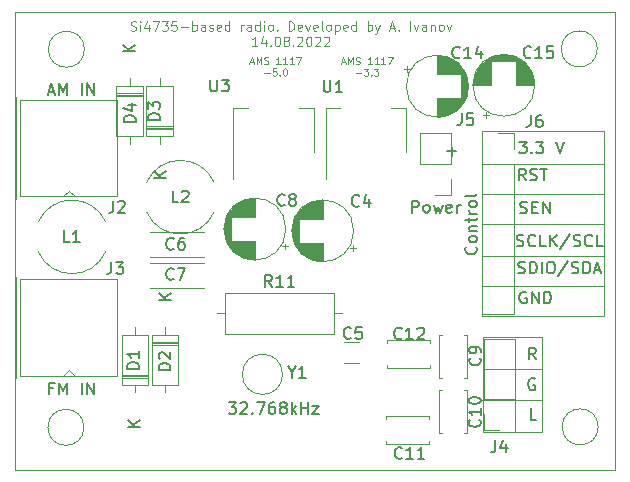
<source format=gbr>
%TF.GenerationSoftware,KiCad,Pcbnew,6.0.2*%
%TF.CreationDate,2022-11-10T22:55:42+01:00*%
%TF.ProjectId,SI4735,53493437-3335-42e6-9b69-6361645f7063,rev?*%
%TF.SameCoordinates,Original*%
%TF.FileFunction,Legend,Top*%
%TF.FilePolarity,Positive*%
%FSLAX46Y46*%
G04 Gerber Fmt 4.6, Leading zero omitted, Abs format (unit mm)*
G04 Created by KiCad (PCBNEW 6.0.2) date 2022-11-10 22:55:42*
%MOMM*%
%LPD*%
G01*
G04 APERTURE LIST*
%ADD10C,0.120000*%
%TA.AperFunction,Profile*%
%ADD11C,0.050000*%
%TD*%
%ADD12C,0.100000*%
%ADD13C,0.150000*%
%TA.AperFunction,Profile*%
%ADD14C,0.100000*%
%TD*%
G04 APERTURE END LIST*
D10*
X233270000Y-52430000D02*
X243586000Y-52430000D01*
X243586000Y-52430000D02*
X243586000Y-68072000D01*
X243586000Y-68072000D02*
X233270000Y-68072000D01*
X233270000Y-68072000D02*
X233270000Y-52430000D01*
X233340000Y-69860000D02*
X238300000Y-69860000D01*
X238300000Y-69860000D02*
X238300000Y-77900000D01*
X238300000Y-77900000D02*
X233340000Y-77900000D01*
X233340000Y-77900000D02*
X233340000Y-69860000D01*
X233355000Y-72580000D02*
X238305000Y-72580000D01*
X233280000Y-57700000D02*
X243576000Y-57702000D01*
X233300000Y-55160000D02*
X243596000Y-55162000D01*
X236030000Y-75110000D02*
X236025000Y-77875000D01*
X233290000Y-62970000D02*
X243586000Y-62972000D01*
X233290000Y-60290000D02*
X243586000Y-60292000D01*
X233265000Y-75135000D02*
X238215000Y-75135000D01*
X233290000Y-65530000D02*
X243586000Y-65532000D01*
D11*
X243000000Y-45450000D02*
G75*
G03*
X243000000Y-45450000I-1526434J0D01*
G01*
X243076434Y-77450000D02*
G75*
G03*
X243076434Y-77450000I-1526434J0D01*
G01*
X199535580Y-77486292D02*
G75*
G03*
X199535580Y-77486292I-1526434J0D01*
G01*
X244475000Y-81120000D02*
X193725000Y-81120000D01*
X193725000Y-81120000D02*
X193725000Y-42300000D01*
X193725000Y-42300000D02*
X244475000Y-42300000D01*
X244475000Y-42300000D02*
X244475000Y-81120000D01*
X199576434Y-45480000D02*
G75*
G03*
X199576434Y-45480000I-1526434J0D01*
G01*
D12*
X203507142Y-43879809D02*
X203621428Y-43917904D01*
X203811904Y-43917904D01*
X203888095Y-43879809D01*
X203926190Y-43841714D01*
X203964285Y-43765523D01*
X203964285Y-43689333D01*
X203926190Y-43613142D01*
X203888095Y-43575047D01*
X203811904Y-43536952D01*
X203659523Y-43498857D01*
X203583333Y-43460761D01*
X203545238Y-43422666D01*
X203507142Y-43346476D01*
X203507142Y-43270285D01*
X203545238Y-43194095D01*
X203583333Y-43156000D01*
X203659523Y-43117904D01*
X203850000Y-43117904D01*
X203964285Y-43156000D01*
X204307142Y-43917904D02*
X204307142Y-43384571D01*
X204307142Y-43117904D02*
X204269047Y-43156000D01*
X204307142Y-43194095D01*
X204345238Y-43156000D01*
X204307142Y-43117904D01*
X204307142Y-43194095D01*
X205030952Y-43384571D02*
X205030952Y-43917904D01*
X204840476Y-43079809D02*
X204650000Y-43651238D01*
X205145238Y-43651238D01*
X205373809Y-43117904D02*
X205907142Y-43117904D01*
X205564285Y-43917904D01*
X206135714Y-43117904D02*
X206630952Y-43117904D01*
X206364285Y-43422666D01*
X206478571Y-43422666D01*
X206554761Y-43460761D01*
X206592857Y-43498857D01*
X206630952Y-43575047D01*
X206630952Y-43765523D01*
X206592857Y-43841714D01*
X206554761Y-43879809D01*
X206478571Y-43917904D01*
X206250000Y-43917904D01*
X206173809Y-43879809D01*
X206135714Y-43841714D01*
X207354761Y-43117904D02*
X206973809Y-43117904D01*
X206935714Y-43498857D01*
X206973809Y-43460761D01*
X207050000Y-43422666D01*
X207240476Y-43422666D01*
X207316666Y-43460761D01*
X207354761Y-43498857D01*
X207392857Y-43575047D01*
X207392857Y-43765523D01*
X207354761Y-43841714D01*
X207316666Y-43879809D01*
X207240476Y-43917904D01*
X207050000Y-43917904D01*
X206973809Y-43879809D01*
X206935714Y-43841714D01*
X207735714Y-43613142D02*
X208345238Y-43613142D01*
X208726190Y-43917904D02*
X208726190Y-43117904D01*
X208726190Y-43422666D02*
X208802380Y-43384571D01*
X208954761Y-43384571D01*
X209030952Y-43422666D01*
X209069047Y-43460761D01*
X209107142Y-43536952D01*
X209107142Y-43765523D01*
X209069047Y-43841714D01*
X209030952Y-43879809D01*
X208954761Y-43917904D01*
X208802380Y-43917904D01*
X208726190Y-43879809D01*
X209792857Y-43917904D02*
X209792857Y-43498857D01*
X209754761Y-43422666D01*
X209678571Y-43384571D01*
X209526190Y-43384571D01*
X209450000Y-43422666D01*
X209792857Y-43879809D02*
X209716666Y-43917904D01*
X209526190Y-43917904D01*
X209450000Y-43879809D01*
X209411904Y-43803619D01*
X209411904Y-43727428D01*
X209450000Y-43651238D01*
X209526190Y-43613142D01*
X209716666Y-43613142D01*
X209792857Y-43575047D01*
X210135714Y-43879809D02*
X210211904Y-43917904D01*
X210364285Y-43917904D01*
X210440476Y-43879809D01*
X210478571Y-43803619D01*
X210478571Y-43765523D01*
X210440476Y-43689333D01*
X210364285Y-43651238D01*
X210250000Y-43651238D01*
X210173809Y-43613142D01*
X210135714Y-43536952D01*
X210135714Y-43498857D01*
X210173809Y-43422666D01*
X210250000Y-43384571D01*
X210364285Y-43384571D01*
X210440476Y-43422666D01*
X211126190Y-43879809D02*
X211050000Y-43917904D01*
X210897619Y-43917904D01*
X210821428Y-43879809D01*
X210783333Y-43803619D01*
X210783333Y-43498857D01*
X210821428Y-43422666D01*
X210897619Y-43384571D01*
X211050000Y-43384571D01*
X211126190Y-43422666D01*
X211164285Y-43498857D01*
X211164285Y-43575047D01*
X210783333Y-43651238D01*
X211850000Y-43917904D02*
X211850000Y-43117904D01*
X211850000Y-43879809D02*
X211773809Y-43917904D01*
X211621428Y-43917904D01*
X211545238Y-43879809D01*
X211507142Y-43841714D01*
X211469047Y-43765523D01*
X211469047Y-43536952D01*
X211507142Y-43460761D01*
X211545238Y-43422666D01*
X211621428Y-43384571D01*
X211773809Y-43384571D01*
X211850000Y-43422666D01*
X212840476Y-43917904D02*
X212840476Y-43384571D01*
X212840476Y-43536952D02*
X212878571Y-43460761D01*
X212916666Y-43422666D01*
X212992857Y-43384571D01*
X213069047Y-43384571D01*
X213678571Y-43917904D02*
X213678571Y-43498857D01*
X213640476Y-43422666D01*
X213564285Y-43384571D01*
X213411904Y-43384571D01*
X213335714Y-43422666D01*
X213678571Y-43879809D02*
X213602380Y-43917904D01*
X213411904Y-43917904D01*
X213335714Y-43879809D01*
X213297619Y-43803619D01*
X213297619Y-43727428D01*
X213335714Y-43651238D01*
X213411904Y-43613142D01*
X213602380Y-43613142D01*
X213678571Y-43575047D01*
X214402380Y-43917904D02*
X214402380Y-43117904D01*
X214402380Y-43879809D02*
X214326190Y-43917904D01*
X214173809Y-43917904D01*
X214097619Y-43879809D01*
X214059523Y-43841714D01*
X214021428Y-43765523D01*
X214021428Y-43536952D01*
X214059523Y-43460761D01*
X214097619Y-43422666D01*
X214173809Y-43384571D01*
X214326190Y-43384571D01*
X214402380Y-43422666D01*
X214783333Y-43917904D02*
X214783333Y-43384571D01*
X214783333Y-43117904D02*
X214745238Y-43156000D01*
X214783333Y-43194095D01*
X214821428Y-43156000D01*
X214783333Y-43117904D01*
X214783333Y-43194095D01*
X215278571Y-43917904D02*
X215202380Y-43879809D01*
X215164285Y-43841714D01*
X215126190Y-43765523D01*
X215126190Y-43536952D01*
X215164285Y-43460761D01*
X215202380Y-43422666D01*
X215278571Y-43384571D01*
X215392857Y-43384571D01*
X215469047Y-43422666D01*
X215507142Y-43460761D01*
X215545238Y-43536952D01*
X215545238Y-43765523D01*
X215507142Y-43841714D01*
X215469047Y-43879809D01*
X215392857Y-43917904D01*
X215278571Y-43917904D01*
X215888095Y-43841714D02*
X215926190Y-43879809D01*
X215888095Y-43917904D01*
X215850000Y-43879809D01*
X215888095Y-43841714D01*
X215888095Y-43917904D01*
X216878571Y-43917904D02*
X216878571Y-43117904D01*
X217069047Y-43117904D01*
X217183333Y-43156000D01*
X217259523Y-43232190D01*
X217297619Y-43308380D01*
X217335714Y-43460761D01*
X217335714Y-43575047D01*
X217297619Y-43727428D01*
X217259523Y-43803619D01*
X217183333Y-43879809D01*
X217069047Y-43917904D01*
X216878571Y-43917904D01*
X217983333Y-43879809D02*
X217907142Y-43917904D01*
X217754761Y-43917904D01*
X217678571Y-43879809D01*
X217640476Y-43803619D01*
X217640476Y-43498857D01*
X217678571Y-43422666D01*
X217754761Y-43384571D01*
X217907142Y-43384571D01*
X217983333Y-43422666D01*
X218021428Y-43498857D01*
X218021428Y-43575047D01*
X217640476Y-43651238D01*
X218288095Y-43384571D02*
X218478571Y-43917904D01*
X218669047Y-43384571D01*
X219278571Y-43879809D02*
X219202380Y-43917904D01*
X219050000Y-43917904D01*
X218973809Y-43879809D01*
X218935714Y-43803619D01*
X218935714Y-43498857D01*
X218973809Y-43422666D01*
X219050000Y-43384571D01*
X219202380Y-43384571D01*
X219278571Y-43422666D01*
X219316666Y-43498857D01*
X219316666Y-43575047D01*
X218935714Y-43651238D01*
X219773809Y-43917904D02*
X219697619Y-43879809D01*
X219659523Y-43803619D01*
X219659523Y-43117904D01*
X220192857Y-43917904D02*
X220116666Y-43879809D01*
X220078571Y-43841714D01*
X220040476Y-43765523D01*
X220040476Y-43536952D01*
X220078571Y-43460761D01*
X220116666Y-43422666D01*
X220192857Y-43384571D01*
X220307142Y-43384571D01*
X220383333Y-43422666D01*
X220421428Y-43460761D01*
X220459523Y-43536952D01*
X220459523Y-43765523D01*
X220421428Y-43841714D01*
X220383333Y-43879809D01*
X220307142Y-43917904D01*
X220192857Y-43917904D01*
X220802380Y-43384571D02*
X220802380Y-44184571D01*
X220802380Y-43422666D02*
X220878571Y-43384571D01*
X221030952Y-43384571D01*
X221107142Y-43422666D01*
X221145238Y-43460761D01*
X221183333Y-43536952D01*
X221183333Y-43765523D01*
X221145238Y-43841714D01*
X221107142Y-43879809D01*
X221030952Y-43917904D01*
X220878571Y-43917904D01*
X220802380Y-43879809D01*
X221830952Y-43879809D02*
X221754761Y-43917904D01*
X221602380Y-43917904D01*
X221526190Y-43879809D01*
X221488095Y-43803619D01*
X221488095Y-43498857D01*
X221526190Y-43422666D01*
X221602380Y-43384571D01*
X221754761Y-43384571D01*
X221830952Y-43422666D01*
X221869047Y-43498857D01*
X221869047Y-43575047D01*
X221488095Y-43651238D01*
X222554761Y-43917904D02*
X222554761Y-43117904D01*
X222554761Y-43879809D02*
X222478571Y-43917904D01*
X222326190Y-43917904D01*
X222250000Y-43879809D01*
X222211904Y-43841714D01*
X222173809Y-43765523D01*
X222173809Y-43536952D01*
X222211904Y-43460761D01*
X222250000Y-43422666D01*
X222326190Y-43384571D01*
X222478571Y-43384571D01*
X222554761Y-43422666D01*
X223545238Y-43917904D02*
X223545238Y-43117904D01*
X223545238Y-43422666D02*
X223621428Y-43384571D01*
X223773809Y-43384571D01*
X223850000Y-43422666D01*
X223888095Y-43460761D01*
X223926190Y-43536952D01*
X223926190Y-43765523D01*
X223888095Y-43841714D01*
X223850000Y-43879809D01*
X223773809Y-43917904D01*
X223621428Y-43917904D01*
X223545238Y-43879809D01*
X224192857Y-43384571D02*
X224383333Y-43917904D01*
X224573809Y-43384571D02*
X224383333Y-43917904D01*
X224307142Y-44108380D01*
X224269047Y-44146476D01*
X224192857Y-44184571D01*
X225450000Y-43689333D02*
X225830952Y-43689333D01*
X225373809Y-43917904D02*
X225640476Y-43117904D01*
X225907142Y-43917904D01*
X226173809Y-43841714D02*
X226211904Y-43879809D01*
X226173809Y-43917904D01*
X226135714Y-43879809D01*
X226173809Y-43841714D01*
X226173809Y-43917904D01*
X227164285Y-43917904D02*
X227164285Y-43117904D01*
X227469047Y-43384571D02*
X227659523Y-43917904D01*
X227850000Y-43384571D01*
X228497619Y-43917904D02*
X228497619Y-43498857D01*
X228459523Y-43422666D01*
X228383333Y-43384571D01*
X228230952Y-43384571D01*
X228154761Y-43422666D01*
X228497619Y-43879809D02*
X228421428Y-43917904D01*
X228230952Y-43917904D01*
X228154761Y-43879809D01*
X228116666Y-43803619D01*
X228116666Y-43727428D01*
X228154761Y-43651238D01*
X228230952Y-43613142D01*
X228421428Y-43613142D01*
X228497619Y-43575047D01*
X228878571Y-43384571D02*
X228878571Y-43917904D01*
X228878571Y-43460761D02*
X228916666Y-43422666D01*
X228992857Y-43384571D01*
X229107142Y-43384571D01*
X229183333Y-43422666D01*
X229221428Y-43498857D01*
X229221428Y-43917904D01*
X229716666Y-43917904D02*
X229640476Y-43879809D01*
X229602380Y-43841714D01*
X229564285Y-43765523D01*
X229564285Y-43536952D01*
X229602380Y-43460761D01*
X229640476Y-43422666D01*
X229716666Y-43384571D01*
X229830952Y-43384571D01*
X229907142Y-43422666D01*
X229945238Y-43460761D01*
X229983333Y-43536952D01*
X229983333Y-43765523D01*
X229945238Y-43841714D01*
X229907142Y-43879809D01*
X229830952Y-43917904D01*
X229716666Y-43917904D01*
X230250000Y-43384571D02*
X230440476Y-43917904D01*
X230630952Y-43384571D01*
X214230952Y-45205904D02*
X213773809Y-45205904D01*
X214002380Y-45205904D02*
X214002380Y-44405904D01*
X213926190Y-44520190D01*
X213850000Y-44596380D01*
X213773809Y-44634476D01*
X214916666Y-44672571D02*
X214916666Y-45205904D01*
X214726190Y-44367809D02*
X214535714Y-44939238D01*
X215030952Y-44939238D01*
X215335714Y-45129714D02*
X215373809Y-45167809D01*
X215335714Y-45205904D01*
X215297619Y-45167809D01*
X215335714Y-45129714D01*
X215335714Y-45205904D01*
X215869047Y-44405904D02*
X215945238Y-44405904D01*
X216021428Y-44444000D01*
X216059523Y-44482095D01*
X216097619Y-44558285D01*
X216135714Y-44710666D01*
X216135714Y-44901142D01*
X216097619Y-45053523D01*
X216059523Y-45129714D01*
X216021428Y-45167809D01*
X215945238Y-45205904D01*
X215869047Y-45205904D01*
X215792857Y-45167809D01*
X215754761Y-45129714D01*
X215716666Y-45053523D01*
X215678571Y-44901142D01*
X215678571Y-44710666D01*
X215716666Y-44558285D01*
X215754761Y-44482095D01*
X215792857Y-44444000D01*
X215869047Y-44405904D01*
X216592857Y-44748761D02*
X216516666Y-44710666D01*
X216478571Y-44672571D01*
X216440476Y-44596380D01*
X216440476Y-44558285D01*
X216478571Y-44482095D01*
X216516666Y-44444000D01*
X216592857Y-44405904D01*
X216745238Y-44405904D01*
X216821428Y-44444000D01*
X216859523Y-44482095D01*
X216897619Y-44558285D01*
X216897619Y-44596380D01*
X216859523Y-44672571D01*
X216821428Y-44710666D01*
X216745238Y-44748761D01*
X216592857Y-44748761D01*
X216516666Y-44786857D01*
X216478571Y-44824952D01*
X216440476Y-44901142D01*
X216440476Y-45053523D01*
X216478571Y-45129714D01*
X216516666Y-45167809D01*
X216592857Y-45205904D01*
X216745238Y-45205904D01*
X216821428Y-45167809D01*
X216859523Y-45129714D01*
X216897619Y-45053523D01*
X216897619Y-44901142D01*
X216859523Y-44824952D01*
X216821428Y-44786857D01*
X216745238Y-44748761D01*
X217240476Y-45129714D02*
X217278571Y-45167809D01*
X217240476Y-45205904D01*
X217202380Y-45167809D01*
X217240476Y-45129714D01*
X217240476Y-45205904D01*
X217583333Y-44482095D02*
X217621428Y-44444000D01*
X217697619Y-44405904D01*
X217888095Y-44405904D01*
X217964285Y-44444000D01*
X218002380Y-44482095D01*
X218040476Y-44558285D01*
X218040476Y-44634476D01*
X218002380Y-44748761D01*
X217545238Y-45205904D01*
X218040476Y-45205904D01*
X218535714Y-44405904D02*
X218611904Y-44405904D01*
X218688095Y-44444000D01*
X218726190Y-44482095D01*
X218764285Y-44558285D01*
X218802380Y-44710666D01*
X218802380Y-44901142D01*
X218764285Y-45053523D01*
X218726190Y-45129714D01*
X218688095Y-45167809D01*
X218611904Y-45205904D01*
X218535714Y-45205904D01*
X218459523Y-45167809D01*
X218421428Y-45129714D01*
X218383333Y-45053523D01*
X218345238Y-44901142D01*
X218345238Y-44710666D01*
X218383333Y-44558285D01*
X218421428Y-44482095D01*
X218459523Y-44444000D01*
X218535714Y-44405904D01*
X219107142Y-44482095D02*
X219145238Y-44444000D01*
X219221428Y-44405904D01*
X219411904Y-44405904D01*
X219488095Y-44444000D01*
X219526190Y-44482095D01*
X219564285Y-44558285D01*
X219564285Y-44634476D01*
X219526190Y-44748761D01*
X219069047Y-45205904D01*
X219564285Y-45205904D01*
X219869047Y-44482095D02*
X219907142Y-44444000D01*
X219983333Y-44405904D01*
X220173809Y-44405904D01*
X220250000Y-44444000D01*
X220288095Y-44482095D01*
X220326190Y-44558285D01*
X220326190Y-44634476D01*
X220288095Y-44748761D01*
X219830952Y-45205904D01*
X220326190Y-45205904D01*
D13*
X237824523Y-76887380D02*
X237348333Y-76887380D01*
X237348333Y-75887380D01*
X227323809Y-59302380D02*
X227323809Y-58302380D01*
X227704761Y-58302380D01*
X227800000Y-58350000D01*
X227847619Y-58397619D01*
X227895238Y-58492857D01*
X227895238Y-58635714D01*
X227847619Y-58730952D01*
X227800000Y-58778571D01*
X227704761Y-58826190D01*
X227323809Y-58826190D01*
X228466666Y-59302380D02*
X228371428Y-59254761D01*
X228323809Y-59207142D01*
X228276190Y-59111904D01*
X228276190Y-58826190D01*
X228323809Y-58730952D01*
X228371428Y-58683333D01*
X228466666Y-58635714D01*
X228609523Y-58635714D01*
X228704761Y-58683333D01*
X228752380Y-58730952D01*
X228800000Y-58826190D01*
X228800000Y-59111904D01*
X228752380Y-59207142D01*
X228704761Y-59254761D01*
X228609523Y-59302380D01*
X228466666Y-59302380D01*
X229133333Y-58635714D02*
X229323809Y-59302380D01*
X229514285Y-58826190D01*
X229704761Y-59302380D01*
X229895238Y-58635714D01*
X230657142Y-59254761D02*
X230561904Y-59302380D01*
X230371428Y-59302380D01*
X230276190Y-59254761D01*
X230228571Y-59159523D01*
X230228571Y-58778571D01*
X230276190Y-58683333D01*
X230371428Y-58635714D01*
X230561904Y-58635714D01*
X230657142Y-58683333D01*
X230704761Y-58778571D01*
X230704761Y-58873809D01*
X230228571Y-58969047D01*
X231133333Y-59302380D02*
X231133333Y-58635714D01*
X231133333Y-58826190D02*
X231180952Y-58730952D01*
X231228571Y-58683333D01*
X231323809Y-58635714D01*
X231419047Y-58635714D01*
X196928571Y-74178571D02*
X196595238Y-74178571D01*
X196595238Y-74702380D02*
X196595238Y-73702380D01*
X197071428Y-73702380D01*
X197452380Y-74702380D02*
X197452380Y-73702380D01*
X197785714Y-74416666D01*
X198119047Y-73702380D01*
X198119047Y-74702380D01*
X199357142Y-74702380D02*
X199357142Y-73702380D01*
X199833333Y-74702380D02*
X199833333Y-73702380D01*
X200404761Y-74702380D01*
X200404761Y-73702380D01*
X237701904Y-73390000D02*
X237606666Y-73342380D01*
X237463809Y-73342380D01*
X237320952Y-73390000D01*
X237225714Y-73485238D01*
X237178095Y-73580476D01*
X237130476Y-73770952D01*
X237130476Y-73913809D01*
X237178095Y-74104285D01*
X237225714Y-74199523D01*
X237320952Y-74294761D01*
X237463809Y-74342380D01*
X237559047Y-74342380D01*
X237701904Y-74294761D01*
X237749523Y-74247142D01*
X237749523Y-73913809D01*
X237559047Y-73913809D01*
X236299809Y-64412761D02*
X236442666Y-64460380D01*
X236680761Y-64460380D01*
X236776000Y-64412761D01*
X236823619Y-64365142D01*
X236871238Y-64269904D01*
X236871238Y-64174666D01*
X236823619Y-64079428D01*
X236776000Y-64031809D01*
X236680761Y-63984190D01*
X236490285Y-63936571D01*
X236395047Y-63888952D01*
X236347428Y-63841333D01*
X236299809Y-63746095D01*
X236299809Y-63650857D01*
X236347428Y-63555619D01*
X236395047Y-63508000D01*
X236490285Y-63460380D01*
X236728380Y-63460380D01*
X236871238Y-63508000D01*
X237299809Y-64460380D02*
X237299809Y-63460380D01*
X237537904Y-63460380D01*
X237680761Y-63508000D01*
X237776000Y-63603238D01*
X237823619Y-63698476D01*
X237871238Y-63888952D01*
X237871238Y-64031809D01*
X237823619Y-64222285D01*
X237776000Y-64317523D01*
X237680761Y-64412761D01*
X237537904Y-64460380D01*
X237299809Y-64460380D01*
X238299809Y-64460380D02*
X238299809Y-63460380D01*
X238966476Y-63460380D02*
X239156952Y-63460380D01*
X239252190Y-63508000D01*
X239347428Y-63603238D01*
X239395047Y-63793714D01*
X239395047Y-64127047D01*
X239347428Y-64317523D01*
X239252190Y-64412761D01*
X239156952Y-64460380D01*
X238966476Y-64460380D01*
X238871238Y-64412761D01*
X238776000Y-64317523D01*
X238728380Y-64127047D01*
X238728380Y-63793714D01*
X238776000Y-63603238D01*
X238871238Y-63508000D01*
X238966476Y-63460380D01*
X240537904Y-63412761D02*
X239680761Y-64698476D01*
X240823619Y-64412761D02*
X240966476Y-64460380D01*
X241204571Y-64460380D01*
X241299809Y-64412761D01*
X241347428Y-64365142D01*
X241395047Y-64269904D01*
X241395047Y-64174666D01*
X241347428Y-64079428D01*
X241299809Y-64031809D01*
X241204571Y-63984190D01*
X241014095Y-63936571D01*
X240918857Y-63888952D01*
X240871238Y-63841333D01*
X240823619Y-63746095D01*
X240823619Y-63650857D01*
X240871238Y-63555619D01*
X240918857Y-63508000D01*
X241014095Y-63460380D01*
X241252190Y-63460380D01*
X241395047Y-63508000D01*
X241823619Y-64460380D02*
X241823619Y-63460380D01*
X242061714Y-63460380D01*
X242204571Y-63508000D01*
X242299809Y-63603238D01*
X242347428Y-63698476D01*
X242395047Y-63888952D01*
X242395047Y-64031809D01*
X242347428Y-64222285D01*
X242299809Y-64317523D01*
X242204571Y-64412761D01*
X242061714Y-64460380D01*
X241823619Y-64460380D01*
X242776000Y-64174666D02*
X243252190Y-64174666D01*
X242680761Y-64460380D02*
X243014095Y-63460380D01*
X243347428Y-64460380D01*
X236482095Y-59332761D02*
X236624952Y-59380380D01*
X236863047Y-59380380D01*
X236958285Y-59332761D01*
X237005904Y-59285142D01*
X237053523Y-59189904D01*
X237053523Y-59094666D01*
X237005904Y-58999428D01*
X236958285Y-58951809D01*
X236863047Y-58904190D01*
X236672571Y-58856571D01*
X236577333Y-58808952D01*
X236529714Y-58761333D01*
X236482095Y-58666095D01*
X236482095Y-58570857D01*
X236529714Y-58475619D01*
X236577333Y-58428000D01*
X236672571Y-58380380D01*
X236910666Y-58380380D01*
X237053523Y-58428000D01*
X237482095Y-58856571D02*
X237815428Y-58856571D01*
X237958285Y-59380380D02*
X237482095Y-59380380D01*
X237482095Y-58380380D01*
X237958285Y-58380380D01*
X238386857Y-59380380D02*
X238386857Y-58380380D01*
X238958285Y-59380380D01*
X238958285Y-58380380D01*
X232707142Y-62204761D02*
X232754761Y-62252380D01*
X232802380Y-62395238D01*
X232802380Y-62490476D01*
X232754761Y-62633333D01*
X232659523Y-62728571D01*
X232564285Y-62776190D01*
X232373809Y-62823809D01*
X232230952Y-62823809D01*
X232040476Y-62776190D01*
X231945238Y-62728571D01*
X231850000Y-62633333D01*
X231802380Y-62490476D01*
X231802380Y-62395238D01*
X231850000Y-62252380D01*
X231897619Y-62204761D01*
X232802380Y-61633333D02*
X232754761Y-61728571D01*
X232707142Y-61776190D01*
X232611904Y-61823809D01*
X232326190Y-61823809D01*
X232230952Y-61776190D01*
X232183333Y-61728571D01*
X232135714Y-61633333D01*
X232135714Y-61490476D01*
X232183333Y-61395238D01*
X232230952Y-61347619D01*
X232326190Y-61300000D01*
X232611904Y-61300000D01*
X232707142Y-61347619D01*
X232754761Y-61395238D01*
X232802380Y-61490476D01*
X232802380Y-61633333D01*
X232135714Y-60871428D02*
X232802380Y-60871428D01*
X232230952Y-60871428D02*
X232183333Y-60823809D01*
X232135714Y-60728571D01*
X232135714Y-60585714D01*
X232183333Y-60490476D01*
X232278571Y-60442857D01*
X232802380Y-60442857D01*
X232135714Y-60109523D02*
X232135714Y-59728571D01*
X231802380Y-59966666D02*
X232659523Y-59966666D01*
X232754761Y-59919047D01*
X232802380Y-59823809D01*
X232802380Y-59728571D01*
X232802380Y-59395238D02*
X232135714Y-59395238D01*
X232326190Y-59395238D02*
X232230952Y-59347619D01*
X232183333Y-59300000D01*
X232135714Y-59204761D01*
X232135714Y-59109523D01*
X232802380Y-58633333D02*
X232754761Y-58728571D01*
X232707142Y-58776190D01*
X232611904Y-58823809D01*
X232326190Y-58823809D01*
X232230952Y-58776190D01*
X232183333Y-58728571D01*
X232135714Y-58633333D01*
X232135714Y-58490476D01*
X232183333Y-58395238D01*
X232230952Y-58347619D01*
X232326190Y-58300000D01*
X232611904Y-58300000D01*
X232707142Y-58347619D01*
X232754761Y-58395238D01*
X232802380Y-58490476D01*
X232802380Y-58633333D01*
X232802380Y-57728571D02*
X232754761Y-57823809D01*
X232659523Y-57871428D01*
X231802380Y-57871428D01*
X196547619Y-49066666D02*
X197023809Y-49066666D01*
X196452380Y-49352380D02*
X196785714Y-48352380D01*
X197119047Y-49352380D01*
X197452380Y-49352380D02*
X197452380Y-48352380D01*
X197785714Y-49066666D01*
X198119047Y-48352380D01*
X198119047Y-49352380D01*
X199357142Y-49352380D02*
X199357142Y-48352380D01*
X199833333Y-49352380D02*
X199833333Y-48352380D01*
X200404761Y-49352380D01*
X200404761Y-48352380D01*
D12*
X221347142Y-46587000D02*
X221632857Y-46587000D01*
X221290000Y-46758428D02*
X221490000Y-46158428D01*
X221690000Y-46758428D01*
X221890000Y-46758428D02*
X221890000Y-46158428D01*
X222090000Y-46587000D01*
X222290000Y-46158428D01*
X222290000Y-46758428D01*
X222547142Y-46729857D02*
X222632857Y-46758428D01*
X222775714Y-46758428D01*
X222832857Y-46729857D01*
X222861428Y-46701285D01*
X222890000Y-46644142D01*
X222890000Y-46587000D01*
X222861428Y-46529857D01*
X222832857Y-46501285D01*
X222775714Y-46472714D01*
X222661428Y-46444142D01*
X222604285Y-46415571D01*
X222575714Y-46387000D01*
X222547142Y-46329857D01*
X222547142Y-46272714D01*
X222575714Y-46215571D01*
X222604285Y-46187000D01*
X222661428Y-46158428D01*
X222804285Y-46158428D01*
X222890000Y-46187000D01*
X223918571Y-46758428D02*
X223575714Y-46758428D01*
X223747142Y-46758428D02*
X223747142Y-46158428D01*
X223690000Y-46244142D01*
X223632857Y-46301285D01*
X223575714Y-46329857D01*
X224490000Y-46758428D02*
X224147142Y-46758428D01*
X224318571Y-46758428D02*
X224318571Y-46158428D01*
X224261428Y-46244142D01*
X224204285Y-46301285D01*
X224147142Y-46329857D01*
X225061428Y-46758428D02*
X224718571Y-46758428D01*
X224890000Y-46758428D02*
X224890000Y-46158428D01*
X224832857Y-46244142D01*
X224775714Y-46301285D01*
X224718571Y-46329857D01*
X225261428Y-46158428D02*
X225661428Y-46158428D01*
X225404285Y-46758428D01*
X222547142Y-47495857D02*
X223004285Y-47495857D01*
X223232857Y-47124428D02*
X223604285Y-47124428D01*
X223404285Y-47353000D01*
X223490000Y-47353000D01*
X223547142Y-47381571D01*
X223575714Y-47410142D01*
X223604285Y-47467285D01*
X223604285Y-47610142D01*
X223575714Y-47667285D01*
X223547142Y-47695857D01*
X223490000Y-47724428D01*
X223318571Y-47724428D01*
X223261428Y-47695857D01*
X223232857Y-47667285D01*
X223861428Y-47667285D02*
X223890000Y-47695857D01*
X223861428Y-47724428D01*
X223832857Y-47695857D01*
X223861428Y-47667285D01*
X223861428Y-47724428D01*
X224090000Y-47124428D02*
X224461428Y-47124428D01*
X224261428Y-47353000D01*
X224347142Y-47353000D01*
X224404285Y-47381571D01*
X224432857Y-47410142D01*
X224461428Y-47467285D01*
X224461428Y-47610142D01*
X224432857Y-47667285D01*
X224404285Y-47695857D01*
X224347142Y-47724428D01*
X224175714Y-47724428D01*
X224118571Y-47695857D01*
X224090000Y-47667285D01*
D13*
X237779523Y-71732380D02*
X237446190Y-71256190D01*
X237208095Y-71732380D02*
X237208095Y-70732380D01*
X237589047Y-70732380D01*
X237684285Y-70780000D01*
X237731904Y-70827619D01*
X237779523Y-70922857D01*
X237779523Y-71065714D01*
X237731904Y-71160952D01*
X237684285Y-71208571D01*
X237589047Y-71256190D01*
X237208095Y-71256190D01*
X230279047Y-54121428D02*
X231040952Y-54121428D01*
X230660000Y-54502380D02*
X230660000Y-53740476D01*
X236180761Y-62126761D02*
X236323619Y-62174380D01*
X236561714Y-62174380D01*
X236656952Y-62126761D01*
X236704571Y-62079142D01*
X236752190Y-61983904D01*
X236752190Y-61888666D01*
X236704571Y-61793428D01*
X236656952Y-61745809D01*
X236561714Y-61698190D01*
X236371238Y-61650571D01*
X236276000Y-61602952D01*
X236228380Y-61555333D01*
X236180761Y-61460095D01*
X236180761Y-61364857D01*
X236228380Y-61269619D01*
X236276000Y-61222000D01*
X236371238Y-61174380D01*
X236609333Y-61174380D01*
X236752190Y-61222000D01*
X237752190Y-62079142D02*
X237704571Y-62126761D01*
X237561714Y-62174380D01*
X237466476Y-62174380D01*
X237323619Y-62126761D01*
X237228380Y-62031523D01*
X237180761Y-61936285D01*
X237133142Y-61745809D01*
X237133142Y-61602952D01*
X237180761Y-61412476D01*
X237228380Y-61317238D01*
X237323619Y-61222000D01*
X237466476Y-61174380D01*
X237561714Y-61174380D01*
X237704571Y-61222000D01*
X237752190Y-61269619D01*
X238656952Y-62174380D02*
X238180761Y-62174380D01*
X238180761Y-61174380D01*
X238990285Y-62174380D02*
X238990285Y-61174380D01*
X239561714Y-62174380D02*
X239133142Y-61602952D01*
X239561714Y-61174380D02*
X238990285Y-61745809D01*
X240704571Y-61126761D02*
X239847428Y-62412476D01*
X240990285Y-62126761D02*
X241133142Y-62174380D01*
X241371238Y-62174380D01*
X241466476Y-62126761D01*
X241514095Y-62079142D01*
X241561714Y-61983904D01*
X241561714Y-61888666D01*
X241514095Y-61793428D01*
X241466476Y-61745809D01*
X241371238Y-61698190D01*
X241180761Y-61650571D01*
X241085523Y-61602952D01*
X241037904Y-61555333D01*
X240990285Y-61460095D01*
X240990285Y-61364857D01*
X241037904Y-61269619D01*
X241085523Y-61222000D01*
X241180761Y-61174380D01*
X241418857Y-61174380D01*
X241561714Y-61222000D01*
X242561714Y-62079142D02*
X242514095Y-62126761D01*
X242371238Y-62174380D01*
X242276000Y-62174380D01*
X242133142Y-62126761D01*
X242037904Y-62031523D01*
X241990285Y-61936285D01*
X241942666Y-61745809D01*
X241942666Y-61602952D01*
X241990285Y-61412476D01*
X242037904Y-61317238D01*
X242133142Y-61222000D01*
X242276000Y-61174380D01*
X242371238Y-61174380D01*
X242514095Y-61222000D01*
X242561714Y-61269619D01*
X243466476Y-62174380D02*
X242990285Y-62174380D01*
X242990285Y-61174380D01*
D12*
X213607142Y-46567000D02*
X213892857Y-46567000D01*
X213550000Y-46738428D02*
X213750000Y-46138428D01*
X213950000Y-46738428D01*
X214150000Y-46738428D02*
X214150000Y-46138428D01*
X214350000Y-46567000D01*
X214550000Y-46138428D01*
X214550000Y-46738428D01*
X214807142Y-46709857D02*
X214892857Y-46738428D01*
X215035714Y-46738428D01*
X215092857Y-46709857D01*
X215121428Y-46681285D01*
X215150000Y-46624142D01*
X215150000Y-46567000D01*
X215121428Y-46509857D01*
X215092857Y-46481285D01*
X215035714Y-46452714D01*
X214921428Y-46424142D01*
X214864285Y-46395571D01*
X214835714Y-46367000D01*
X214807142Y-46309857D01*
X214807142Y-46252714D01*
X214835714Y-46195571D01*
X214864285Y-46167000D01*
X214921428Y-46138428D01*
X215064285Y-46138428D01*
X215150000Y-46167000D01*
X216178571Y-46738428D02*
X215835714Y-46738428D01*
X216007142Y-46738428D02*
X216007142Y-46138428D01*
X215950000Y-46224142D01*
X215892857Y-46281285D01*
X215835714Y-46309857D01*
X216750000Y-46738428D02*
X216407142Y-46738428D01*
X216578571Y-46738428D02*
X216578571Y-46138428D01*
X216521428Y-46224142D01*
X216464285Y-46281285D01*
X216407142Y-46309857D01*
X217321428Y-46738428D02*
X216978571Y-46738428D01*
X217150000Y-46738428D02*
X217150000Y-46138428D01*
X217092857Y-46224142D01*
X217035714Y-46281285D01*
X216978571Y-46309857D01*
X217521428Y-46138428D02*
X217921428Y-46138428D01*
X217664285Y-46738428D01*
X214807142Y-47475857D02*
X215264285Y-47475857D01*
X215835714Y-47104428D02*
X215550000Y-47104428D01*
X215521428Y-47390142D01*
X215550000Y-47361571D01*
X215607142Y-47333000D01*
X215750000Y-47333000D01*
X215807142Y-47361571D01*
X215835714Y-47390142D01*
X215864285Y-47447285D01*
X215864285Y-47590142D01*
X215835714Y-47647285D01*
X215807142Y-47675857D01*
X215750000Y-47704428D01*
X215607142Y-47704428D01*
X215550000Y-47675857D01*
X215521428Y-47647285D01*
X216121428Y-47647285D02*
X216150000Y-47675857D01*
X216121428Y-47704428D01*
X216092857Y-47675857D01*
X216121428Y-47647285D01*
X216121428Y-47704428D01*
X216521428Y-47104428D02*
X216578571Y-47104428D01*
X216635714Y-47133000D01*
X216664285Y-47161571D01*
X216692857Y-47218714D01*
X216721428Y-47333000D01*
X216721428Y-47475857D01*
X216692857Y-47590142D01*
X216664285Y-47647285D01*
X216635714Y-47675857D01*
X216578571Y-47704428D01*
X216521428Y-47704428D01*
X216464285Y-47675857D01*
X216435714Y-47647285D01*
X216407142Y-47590142D01*
X216378571Y-47475857D01*
X216378571Y-47333000D01*
X216407142Y-47218714D01*
X216435714Y-47161571D01*
X216464285Y-47133000D01*
X216521428Y-47104428D01*
D13*
X236982095Y-66048000D02*
X236886857Y-66000380D01*
X236744000Y-66000380D01*
X236601142Y-66048000D01*
X236505904Y-66143238D01*
X236458285Y-66238476D01*
X236410666Y-66428952D01*
X236410666Y-66571809D01*
X236458285Y-66762285D01*
X236505904Y-66857523D01*
X236601142Y-66952761D01*
X236744000Y-67000380D01*
X236839238Y-67000380D01*
X236982095Y-66952761D01*
X237029714Y-66905142D01*
X237029714Y-66571809D01*
X236839238Y-66571809D01*
X237458285Y-67000380D02*
X237458285Y-66000380D01*
X238029714Y-67000380D01*
X238029714Y-66000380D01*
X238505904Y-67000380D02*
X238505904Y-66000380D01*
X238744000Y-66000380D01*
X238886857Y-66048000D01*
X238982095Y-66143238D01*
X239029714Y-66238476D01*
X239077333Y-66428952D01*
X239077333Y-66571809D01*
X239029714Y-66762285D01*
X238982095Y-66857523D01*
X238886857Y-66952761D01*
X238744000Y-67000380D01*
X238505904Y-67000380D01*
X236942380Y-56586380D02*
X236609047Y-56110190D01*
X236370952Y-56586380D02*
X236370952Y-55586380D01*
X236751904Y-55586380D01*
X236847142Y-55634000D01*
X236894761Y-55681619D01*
X236942380Y-55776857D01*
X236942380Y-55919714D01*
X236894761Y-56014952D01*
X236847142Y-56062571D01*
X236751904Y-56110190D01*
X236370952Y-56110190D01*
X237323333Y-56538761D02*
X237466190Y-56586380D01*
X237704285Y-56586380D01*
X237799523Y-56538761D01*
X237847142Y-56491142D01*
X237894761Y-56395904D01*
X237894761Y-56300666D01*
X237847142Y-56205428D01*
X237799523Y-56157809D01*
X237704285Y-56110190D01*
X237513809Y-56062571D01*
X237418571Y-56014952D01*
X237370952Y-55967333D01*
X237323333Y-55872095D01*
X237323333Y-55776857D01*
X237370952Y-55681619D01*
X237418571Y-55634000D01*
X237513809Y-55586380D01*
X237751904Y-55586380D01*
X237894761Y-55634000D01*
X238180476Y-55586380D02*
X238751904Y-55586380D01*
X238466190Y-56586380D02*
X238466190Y-55586380D01*
X236394857Y-53300380D02*
X237013904Y-53300380D01*
X236680571Y-53681333D01*
X236823428Y-53681333D01*
X236918666Y-53728952D01*
X236966285Y-53776571D01*
X237013904Y-53871809D01*
X237013904Y-54109904D01*
X236966285Y-54205142D01*
X236918666Y-54252761D01*
X236823428Y-54300380D01*
X236537714Y-54300380D01*
X236442476Y-54252761D01*
X236394857Y-54205142D01*
X237442476Y-54205142D02*
X237490095Y-54252761D01*
X237442476Y-54300380D01*
X237394857Y-54252761D01*
X237442476Y-54205142D01*
X237442476Y-54300380D01*
X237823428Y-53300380D02*
X238442476Y-53300380D01*
X238109142Y-53681333D01*
X238252000Y-53681333D01*
X238347238Y-53728952D01*
X238394857Y-53776571D01*
X238442476Y-53871809D01*
X238442476Y-54109904D01*
X238394857Y-54205142D01*
X238347238Y-54252761D01*
X238252000Y-54300380D01*
X237966285Y-54300380D01*
X237871047Y-54252761D01*
X237823428Y-54205142D01*
X239490095Y-53300380D02*
X239823428Y-54300380D01*
X240156761Y-53300380D01*
%TO.C,C4*%
X222833333Y-58707142D02*
X222785714Y-58754761D01*
X222642857Y-58802380D01*
X222547619Y-58802380D01*
X222404761Y-58754761D01*
X222309523Y-58659523D01*
X222261904Y-58564285D01*
X222214285Y-58373809D01*
X222214285Y-58230952D01*
X222261904Y-58040476D01*
X222309523Y-57945238D01*
X222404761Y-57850000D01*
X222547619Y-57802380D01*
X222642857Y-57802380D01*
X222785714Y-57850000D01*
X222833333Y-57897619D01*
X223690476Y-58135714D02*
X223690476Y-58802380D01*
X223452380Y-57754761D02*
X223214285Y-58469047D01*
X223833333Y-58469047D01*
%TO.C,C5*%
X222133333Y-69907142D02*
X222085714Y-69954761D01*
X221942857Y-70002380D01*
X221847619Y-70002380D01*
X221704761Y-69954761D01*
X221609523Y-69859523D01*
X221561904Y-69764285D01*
X221514285Y-69573809D01*
X221514285Y-69430952D01*
X221561904Y-69240476D01*
X221609523Y-69145238D01*
X221704761Y-69050000D01*
X221847619Y-69002380D01*
X221942857Y-69002380D01*
X222085714Y-69050000D01*
X222133333Y-69097619D01*
X223038095Y-69002380D02*
X222561904Y-69002380D01*
X222514285Y-69478571D01*
X222561904Y-69430952D01*
X222657142Y-69383333D01*
X222895238Y-69383333D01*
X222990476Y-69430952D01*
X223038095Y-69478571D01*
X223085714Y-69573809D01*
X223085714Y-69811904D01*
X223038095Y-69907142D01*
X222990476Y-69954761D01*
X222895238Y-70002380D01*
X222657142Y-70002380D01*
X222561904Y-69954761D01*
X222514285Y-69907142D01*
%TO.C,C6*%
X207133333Y-62357142D02*
X207085714Y-62404761D01*
X206942857Y-62452380D01*
X206847619Y-62452380D01*
X206704761Y-62404761D01*
X206609523Y-62309523D01*
X206561904Y-62214285D01*
X206514285Y-62023809D01*
X206514285Y-61880952D01*
X206561904Y-61690476D01*
X206609523Y-61595238D01*
X206704761Y-61500000D01*
X206847619Y-61452380D01*
X206942857Y-61452380D01*
X207085714Y-61500000D01*
X207133333Y-61547619D01*
X207990476Y-61452380D02*
X207800000Y-61452380D01*
X207704761Y-61500000D01*
X207657142Y-61547619D01*
X207561904Y-61690476D01*
X207514285Y-61880952D01*
X207514285Y-62261904D01*
X207561904Y-62357142D01*
X207609523Y-62404761D01*
X207704761Y-62452380D01*
X207895238Y-62452380D01*
X207990476Y-62404761D01*
X208038095Y-62357142D01*
X208085714Y-62261904D01*
X208085714Y-62023809D01*
X208038095Y-61928571D01*
X207990476Y-61880952D01*
X207895238Y-61833333D01*
X207704761Y-61833333D01*
X207609523Y-61880952D01*
X207561904Y-61928571D01*
X207514285Y-62023809D01*
%TO.C,C7*%
X207133333Y-64907142D02*
X207085714Y-64954761D01*
X206942857Y-65002380D01*
X206847619Y-65002380D01*
X206704761Y-64954761D01*
X206609523Y-64859523D01*
X206561904Y-64764285D01*
X206514285Y-64573809D01*
X206514285Y-64430952D01*
X206561904Y-64240476D01*
X206609523Y-64145238D01*
X206704761Y-64050000D01*
X206847619Y-64002380D01*
X206942857Y-64002380D01*
X207085714Y-64050000D01*
X207133333Y-64097619D01*
X207466666Y-64002380D02*
X208133333Y-64002380D01*
X207704761Y-65002380D01*
%TO.C,C8*%
X216533333Y-58657142D02*
X216485714Y-58704761D01*
X216342857Y-58752380D01*
X216247619Y-58752380D01*
X216104761Y-58704761D01*
X216009523Y-58609523D01*
X215961904Y-58514285D01*
X215914285Y-58323809D01*
X215914285Y-58180952D01*
X215961904Y-57990476D01*
X216009523Y-57895238D01*
X216104761Y-57800000D01*
X216247619Y-57752380D01*
X216342857Y-57752380D01*
X216485714Y-57800000D01*
X216533333Y-57847619D01*
X217104761Y-58180952D02*
X217009523Y-58133333D01*
X216961904Y-58085714D01*
X216914285Y-57990476D01*
X216914285Y-57942857D01*
X216961904Y-57847619D01*
X217009523Y-57800000D01*
X217104761Y-57752380D01*
X217295238Y-57752380D01*
X217390476Y-57800000D01*
X217438095Y-57847619D01*
X217485714Y-57942857D01*
X217485714Y-57990476D01*
X217438095Y-58085714D01*
X217390476Y-58133333D01*
X217295238Y-58180952D01*
X217104761Y-58180952D01*
X217009523Y-58228571D01*
X216961904Y-58276190D01*
X216914285Y-58371428D01*
X216914285Y-58561904D01*
X216961904Y-58657142D01*
X217009523Y-58704761D01*
X217104761Y-58752380D01*
X217295238Y-58752380D01*
X217390476Y-58704761D01*
X217438095Y-58657142D01*
X217485714Y-58561904D01*
X217485714Y-58371428D01*
X217438095Y-58276190D01*
X217390476Y-58228571D01*
X217295238Y-58180952D01*
%TO.C,C9*%
X233057142Y-71616666D02*
X233104761Y-71664285D01*
X233152380Y-71807142D01*
X233152380Y-71902380D01*
X233104761Y-72045238D01*
X233009523Y-72140476D01*
X232914285Y-72188095D01*
X232723809Y-72235714D01*
X232580952Y-72235714D01*
X232390476Y-72188095D01*
X232295238Y-72140476D01*
X232200000Y-72045238D01*
X232152380Y-71902380D01*
X232152380Y-71807142D01*
X232200000Y-71664285D01*
X232247619Y-71616666D01*
X233152380Y-71140476D02*
X233152380Y-70950000D01*
X233104761Y-70854761D01*
X233057142Y-70807142D01*
X232914285Y-70711904D01*
X232723809Y-70664285D01*
X232342857Y-70664285D01*
X232247619Y-70711904D01*
X232200000Y-70759523D01*
X232152380Y-70854761D01*
X232152380Y-71045238D01*
X232200000Y-71140476D01*
X232247619Y-71188095D01*
X232342857Y-71235714D01*
X232580952Y-71235714D01*
X232676190Y-71188095D01*
X232723809Y-71140476D01*
X232771428Y-71045238D01*
X232771428Y-70854761D01*
X232723809Y-70759523D01*
X232676190Y-70711904D01*
X232580952Y-70664285D01*
%TO.C,C10*%
X233021142Y-76842857D02*
X233068761Y-76890476D01*
X233116380Y-77033333D01*
X233116380Y-77128571D01*
X233068761Y-77271428D01*
X232973523Y-77366666D01*
X232878285Y-77414285D01*
X232687809Y-77461904D01*
X232544952Y-77461904D01*
X232354476Y-77414285D01*
X232259238Y-77366666D01*
X232164000Y-77271428D01*
X232116380Y-77128571D01*
X232116380Y-77033333D01*
X232164000Y-76890476D01*
X232211619Y-76842857D01*
X233116380Y-75890476D02*
X233116380Y-76461904D01*
X233116380Y-76176190D02*
X232116380Y-76176190D01*
X232259238Y-76271428D01*
X232354476Y-76366666D01*
X232402095Y-76461904D01*
X232116380Y-75271428D02*
X232116380Y-75176190D01*
X232164000Y-75080952D01*
X232211619Y-75033333D01*
X232306857Y-74985714D01*
X232497333Y-74938095D01*
X232735428Y-74938095D01*
X232925904Y-74985714D01*
X233021142Y-75033333D01*
X233068761Y-75080952D01*
X233116380Y-75176190D01*
X233116380Y-75271428D01*
X233068761Y-75366666D01*
X233021142Y-75414285D01*
X232925904Y-75461904D01*
X232735428Y-75509523D01*
X232497333Y-75509523D01*
X232306857Y-75461904D01*
X232211619Y-75414285D01*
X232164000Y-75366666D01*
X232116380Y-75271428D01*
%TO.C,C11*%
X226457142Y-80057142D02*
X226409523Y-80104761D01*
X226266666Y-80152380D01*
X226171428Y-80152380D01*
X226028571Y-80104761D01*
X225933333Y-80009523D01*
X225885714Y-79914285D01*
X225838095Y-79723809D01*
X225838095Y-79580952D01*
X225885714Y-79390476D01*
X225933333Y-79295238D01*
X226028571Y-79200000D01*
X226171428Y-79152380D01*
X226266666Y-79152380D01*
X226409523Y-79200000D01*
X226457142Y-79247619D01*
X227409523Y-80152380D02*
X226838095Y-80152380D01*
X227123809Y-80152380D02*
X227123809Y-79152380D01*
X227028571Y-79295238D01*
X226933333Y-79390476D01*
X226838095Y-79438095D01*
X228361904Y-80152380D02*
X227790476Y-80152380D01*
X228076190Y-80152380D02*
X228076190Y-79152380D01*
X227980952Y-79295238D01*
X227885714Y-79390476D01*
X227790476Y-79438095D01*
%TO.C,C12*%
X226433142Y-69953142D02*
X226385523Y-70000761D01*
X226242666Y-70048380D01*
X226147428Y-70048380D01*
X226004571Y-70000761D01*
X225909333Y-69905523D01*
X225861714Y-69810285D01*
X225814095Y-69619809D01*
X225814095Y-69476952D01*
X225861714Y-69286476D01*
X225909333Y-69191238D01*
X226004571Y-69096000D01*
X226147428Y-69048380D01*
X226242666Y-69048380D01*
X226385523Y-69096000D01*
X226433142Y-69143619D01*
X227385523Y-70048380D02*
X226814095Y-70048380D01*
X227099809Y-70048380D02*
X227099809Y-69048380D01*
X227004571Y-69191238D01*
X226909333Y-69286476D01*
X226814095Y-69334095D01*
X227766476Y-69143619D02*
X227814095Y-69096000D01*
X227909333Y-69048380D01*
X228147428Y-69048380D01*
X228242666Y-69096000D01*
X228290285Y-69143619D01*
X228337904Y-69238857D01*
X228337904Y-69334095D01*
X228290285Y-69476952D01*
X227718857Y-70048380D01*
X228337904Y-70048380D01*
%TO.C,J2*%
X202016666Y-58302380D02*
X202016666Y-59016666D01*
X201969047Y-59159523D01*
X201873809Y-59254761D01*
X201730952Y-59302380D01*
X201635714Y-59302380D01*
X202445238Y-58397619D02*
X202492857Y-58350000D01*
X202588095Y-58302380D01*
X202826190Y-58302380D01*
X202921428Y-58350000D01*
X202969047Y-58397619D01*
X203016666Y-58492857D01*
X203016666Y-58588095D01*
X202969047Y-58730952D01*
X202397619Y-59302380D01*
X203016666Y-59302380D01*
%TO.C,J3*%
X201866666Y-63502380D02*
X201866666Y-64216666D01*
X201819047Y-64359523D01*
X201723809Y-64454761D01*
X201580952Y-64502380D01*
X201485714Y-64502380D01*
X202247619Y-63502380D02*
X202866666Y-63502380D01*
X202533333Y-63883333D01*
X202676190Y-63883333D01*
X202771428Y-63930952D01*
X202819047Y-63978571D01*
X202866666Y-64073809D01*
X202866666Y-64311904D01*
X202819047Y-64407142D01*
X202771428Y-64454761D01*
X202676190Y-64502380D01*
X202390476Y-64502380D01*
X202295238Y-64454761D01*
X202247619Y-64407142D01*
%TO.C,J4*%
X234366666Y-78602380D02*
X234366666Y-79316666D01*
X234319047Y-79459523D01*
X234223809Y-79554761D01*
X234080952Y-79602380D01*
X233985714Y-79602380D01*
X235271428Y-78935714D02*
X235271428Y-79602380D01*
X235033333Y-78554761D02*
X234795238Y-79269047D01*
X235414285Y-79269047D01*
%TO.C,J5*%
X231516666Y-50902380D02*
X231516666Y-51616666D01*
X231469047Y-51759523D01*
X231373809Y-51854761D01*
X231230952Y-51902380D01*
X231135714Y-51902380D01*
X232469047Y-50902380D02*
X231992857Y-50902380D01*
X231945238Y-51378571D01*
X231992857Y-51330952D01*
X232088095Y-51283333D01*
X232326190Y-51283333D01*
X232421428Y-51330952D01*
X232469047Y-51378571D01*
X232516666Y-51473809D01*
X232516666Y-51711904D01*
X232469047Y-51807142D01*
X232421428Y-51854761D01*
X232326190Y-51902380D01*
X232088095Y-51902380D01*
X231992857Y-51854761D01*
X231945238Y-51807142D01*
%TO.C,Y1*%
X217123809Y-72826190D02*
X217123809Y-73302380D01*
X216790476Y-72302380D02*
X217123809Y-72826190D01*
X217457142Y-72302380D01*
X218314285Y-73302380D02*
X217742857Y-73302380D01*
X218028571Y-73302380D02*
X218028571Y-72302380D01*
X217933333Y-72445238D01*
X217838095Y-72540476D01*
X217742857Y-72588095D01*
X211790476Y-75352380D02*
X212409523Y-75352380D01*
X212076190Y-75733333D01*
X212219047Y-75733333D01*
X212314285Y-75780952D01*
X212361904Y-75828571D01*
X212409523Y-75923809D01*
X212409523Y-76161904D01*
X212361904Y-76257142D01*
X212314285Y-76304761D01*
X212219047Y-76352380D01*
X211933333Y-76352380D01*
X211838095Y-76304761D01*
X211790476Y-76257142D01*
X212790476Y-75447619D02*
X212838095Y-75400000D01*
X212933333Y-75352380D01*
X213171428Y-75352380D01*
X213266666Y-75400000D01*
X213314285Y-75447619D01*
X213361904Y-75542857D01*
X213361904Y-75638095D01*
X213314285Y-75780952D01*
X212742857Y-76352380D01*
X213361904Y-76352380D01*
X213790476Y-76257142D02*
X213838095Y-76304761D01*
X213790476Y-76352380D01*
X213742857Y-76304761D01*
X213790476Y-76257142D01*
X213790476Y-76352380D01*
X214171428Y-75352380D02*
X214838095Y-75352380D01*
X214409523Y-76352380D01*
X215647619Y-75352380D02*
X215457142Y-75352380D01*
X215361904Y-75400000D01*
X215314285Y-75447619D01*
X215219047Y-75590476D01*
X215171428Y-75780952D01*
X215171428Y-76161904D01*
X215219047Y-76257142D01*
X215266666Y-76304761D01*
X215361904Y-76352380D01*
X215552380Y-76352380D01*
X215647619Y-76304761D01*
X215695238Y-76257142D01*
X215742857Y-76161904D01*
X215742857Y-75923809D01*
X215695238Y-75828571D01*
X215647619Y-75780952D01*
X215552380Y-75733333D01*
X215361904Y-75733333D01*
X215266666Y-75780952D01*
X215219047Y-75828571D01*
X215171428Y-75923809D01*
X216314285Y-75780952D02*
X216219047Y-75733333D01*
X216171428Y-75685714D01*
X216123809Y-75590476D01*
X216123809Y-75542857D01*
X216171428Y-75447619D01*
X216219047Y-75400000D01*
X216314285Y-75352380D01*
X216504761Y-75352380D01*
X216600000Y-75400000D01*
X216647619Y-75447619D01*
X216695238Y-75542857D01*
X216695238Y-75590476D01*
X216647619Y-75685714D01*
X216600000Y-75733333D01*
X216504761Y-75780952D01*
X216314285Y-75780952D01*
X216219047Y-75828571D01*
X216171428Y-75876190D01*
X216123809Y-75971428D01*
X216123809Y-76161904D01*
X216171428Y-76257142D01*
X216219047Y-76304761D01*
X216314285Y-76352380D01*
X216504761Y-76352380D01*
X216600000Y-76304761D01*
X216647619Y-76257142D01*
X216695238Y-76161904D01*
X216695238Y-75971428D01*
X216647619Y-75876190D01*
X216600000Y-75828571D01*
X216504761Y-75780952D01*
X217123809Y-76352380D02*
X217123809Y-75352380D01*
X217219047Y-75971428D02*
X217504761Y-76352380D01*
X217504761Y-75685714D02*
X217123809Y-76066666D01*
X217933333Y-76352380D02*
X217933333Y-75352380D01*
X217933333Y-75828571D02*
X218504761Y-75828571D01*
X218504761Y-76352380D02*
X218504761Y-75352380D01*
X218885714Y-75685714D02*
X219409523Y-75685714D01*
X218885714Y-76352380D01*
X219409523Y-76352380D01*
%TO.C,R11*%
X215457142Y-65582380D02*
X215123809Y-65106190D01*
X214885714Y-65582380D02*
X214885714Y-64582380D01*
X215266666Y-64582380D01*
X215361904Y-64630000D01*
X215409523Y-64677619D01*
X215457142Y-64772857D01*
X215457142Y-64915714D01*
X215409523Y-65010952D01*
X215361904Y-65058571D01*
X215266666Y-65106190D01*
X214885714Y-65106190D01*
X216409523Y-65582380D02*
X215838095Y-65582380D01*
X216123809Y-65582380D02*
X216123809Y-64582380D01*
X216028571Y-64725238D01*
X215933333Y-64820476D01*
X215838095Y-64868095D01*
X217361904Y-65582380D02*
X216790476Y-65582380D01*
X217076190Y-65582380D02*
X217076190Y-64582380D01*
X216980952Y-64725238D01*
X216885714Y-64820476D01*
X216790476Y-64868095D01*
%TO.C,D4*%
X203902380Y-51638095D02*
X202902380Y-51638095D01*
X202902380Y-51400000D01*
X202950000Y-51257142D01*
X203045238Y-51161904D01*
X203140476Y-51114285D01*
X203330952Y-51066666D01*
X203473809Y-51066666D01*
X203664285Y-51114285D01*
X203759523Y-51161904D01*
X203854761Y-51257142D01*
X203902380Y-51400000D01*
X203902380Y-51638095D01*
X203235714Y-50209523D02*
X203902380Y-50209523D01*
X202854761Y-50447619D02*
X203569047Y-50685714D01*
X203569047Y-50066666D01*
X206502380Y-56361904D02*
X205502380Y-56361904D01*
X206502380Y-55790476D02*
X205930952Y-56219047D01*
X205502380Y-55790476D02*
X206073809Y-56361904D01*
%TO.C,C14*%
X231357142Y-46157142D02*
X231309523Y-46204761D01*
X231166666Y-46252380D01*
X231071428Y-46252380D01*
X230928571Y-46204761D01*
X230833333Y-46109523D01*
X230785714Y-46014285D01*
X230738095Y-45823809D01*
X230738095Y-45680952D01*
X230785714Y-45490476D01*
X230833333Y-45395238D01*
X230928571Y-45300000D01*
X231071428Y-45252380D01*
X231166666Y-45252380D01*
X231309523Y-45300000D01*
X231357142Y-45347619D01*
X232309523Y-46252380D02*
X231738095Y-46252380D01*
X232023809Y-46252380D02*
X232023809Y-45252380D01*
X231928571Y-45395238D01*
X231833333Y-45490476D01*
X231738095Y-45538095D01*
X233166666Y-45585714D02*
X233166666Y-46252380D01*
X232928571Y-45204761D02*
X232690476Y-45919047D01*
X233309523Y-45919047D01*
%TO.C,L2*%
X207533333Y-58452380D02*
X207057142Y-58452380D01*
X207057142Y-57452380D01*
X207819047Y-57547619D02*
X207866666Y-57500000D01*
X207961904Y-57452380D01*
X208200000Y-57452380D01*
X208295238Y-57500000D01*
X208342857Y-57547619D01*
X208390476Y-57642857D01*
X208390476Y-57738095D01*
X208342857Y-57880952D01*
X207771428Y-58452380D01*
X208390476Y-58452380D01*
%TO.C,D1*%
X204202380Y-72538095D02*
X203202380Y-72538095D01*
X203202380Y-72300000D01*
X203250000Y-72157142D01*
X203345238Y-72061904D01*
X203440476Y-72014285D01*
X203630952Y-71966666D01*
X203773809Y-71966666D01*
X203964285Y-72014285D01*
X204059523Y-72061904D01*
X204154761Y-72157142D01*
X204202380Y-72300000D01*
X204202380Y-72538095D01*
X204202380Y-71014285D02*
X204202380Y-71585714D01*
X204202380Y-71300000D02*
X203202380Y-71300000D01*
X203345238Y-71395238D01*
X203440476Y-71490476D01*
X203488095Y-71585714D01*
X204302380Y-77461904D02*
X203302380Y-77461904D01*
X204302380Y-76890476D02*
X203730952Y-77319047D01*
X203302380Y-76890476D02*
X203873809Y-77461904D01*
%TO.C,C15*%
X237387142Y-46132255D02*
X237339523Y-46179874D01*
X237196666Y-46227493D01*
X237101428Y-46227493D01*
X236958571Y-46179874D01*
X236863333Y-46084636D01*
X236815714Y-45989398D01*
X236768095Y-45798922D01*
X236768095Y-45656065D01*
X236815714Y-45465589D01*
X236863333Y-45370351D01*
X236958571Y-45275113D01*
X237101428Y-45227493D01*
X237196666Y-45227493D01*
X237339523Y-45275113D01*
X237387142Y-45322732D01*
X238339523Y-46227493D02*
X237768095Y-46227493D01*
X238053809Y-46227493D02*
X238053809Y-45227493D01*
X237958571Y-45370351D01*
X237863333Y-45465589D01*
X237768095Y-45513208D01*
X239244285Y-45227493D02*
X238768095Y-45227493D01*
X238720476Y-45703684D01*
X238768095Y-45656065D01*
X238863333Y-45608446D01*
X239101428Y-45608446D01*
X239196666Y-45656065D01*
X239244285Y-45703684D01*
X239291904Y-45798922D01*
X239291904Y-46037017D01*
X239244285Y-46132255D01*
X239196666Y-46179874D01*
X239101428Y-46227493D01*
X238863333Y-46227493D01*
X238768095Y-46179874D01*
X238720476Y-46132255D01*
%TO.C,U1*%
X219838095Y-48102380D02*
X219838095Y-48911904D01*
X219885714Y-49007142D01*
X219933333Y-49054761D01*
X220028571Y-49102380D01*
X220219047Y-49102380D01*
X220314285Y-49054761D01*
X220361904Y-49007142D01*
X220409523Y-48911904D01*
X220409523Y-48102380D01*
X221409523Y-49102380D02*
X220838095Y-49102380D01*
X221123809Y-49102380D02*
X221123809Y-48102380D01*
X221028571Y-48245238D01*
X220933333Y-48340476D01*
X220838095Y-48388095D01*
%TO.C,D3*%
X205972380Y-51448095D02*
X204972380Y-51448095D01*
X204972380Y-51210000D01*
X205020000Y-51067142D01*
X205115238Y-50971904D01*
X205210476Y-50924285D01*
X205400952Y-50876666D01*
X205543809Y-50876666D01*
X205734285Y-50924285D01*
X205829523Y-50971904D01*
X205924761Y-51067142D01*
X205972380Y-51210000D01*
X205972380Y-51448095D01*
X204972380Y-50543333D02*
X204972380Y-49924285D01*
X205353333Y-50257619D01*
X205353333Y-50114761D01*
X205400952Y-50019523D01*
X205448571Y-49971904D01*
X205543809Y-49924285D01*
X205781904Y-49924285D01*
X205877142Y-49971904D01*
X205924761Y-50019523D01*
X205972380Y-50114761D01*
X205972380Y-50400476D01*
X205924761Y-50495714D01*
X205877142Y-50543333D01*
X203852380Y-45661904D02*
X202852380Y-45661904D01*
X203852380Y-45090476D02*
X203280952Y-45519047D01*
X202852380Y-45090476D02*
X203423809Y-45661904D01*
%TO.C,L1*%
X198333333Y-61802380D02*
X197857142Y-61802380D01*
X197857142Y-60802380D01*
X199190476Y-61802380D02*
X198619047Y-61802380D01*
X198904761Y-61802380D02*
X198904761Y-60802380D01*
X198809523Y-60945238D01*
X198714285Y-61040476D01*
X198619047Y-61088095D01*
%TO.C,U3*%
X210238095Y-48052380D02*
X210238095Y-48861904D01*
X210285714Y-48957142D01*
X210333333Y-49004761D01*
X210428571Y-49052380D01*
X210619047Y-49052380D01*
X210714285Y-49004761D01*
X210761904Y-48957142D01*
X210809523Y-48861904D01*
X210809523Y-48052380D01*
X211190476Y-48052380D02*
X211809523Y-48052380D01*
X211476190Y-48433333D01*
X211619047Y-48433333D01*
X211714285Y-48480952D01*
X211761904Y-48528571D01*
X211809523Y-48623809D01*
X211809523Y-48861904D01*
X211761904Y-48957142D01*
X211714285Y-49004761D01*
X211619047Y-49052380D01*
X211333333Y-49052380D01*
X211238095Y-49004761D01*
X211190476Y-48957142D01*
%TO.C,J6*%
X237366666Y-51052380D02*
X237366666Y-51766666D01*
X237319047Y-51909523D01*
X237223809Y-52004761D01*
X237080952Y-52052380D01*
X236985714Y-52052380D01*
X238271428Y-51052380D02*
X238080952Y-51052380D01*
X237985714Y-51100000D01*
X237938095Y-51147619D01*
X237842857Y-51290476D01*
X237795238Y-51480952D01*
X237795238Y-51861904D01*
X237842857Y-51957142D01*
X237890476Y-52004761D01*
X237985714Y-52052380D01*
X238176190Y-52052380D01*
X238271428Y-52004761D01*
X238319047Y-51957142D01*
X238366666Y-51861904D01*
X238366666Y-51623809D01*
X238319047Y-51528571D01*
X238271428Y-51480952D01*
X238176190Y-51433333D01*
X237985714Y-51433333D01*
X237890476Y-51480952D01*
X237842857Y-51528571D01*
X237795238Y-51623809D01*
%TO.C,D2*%
X206852380Y-72638095D02*
X205852380Y-72638095D01*
X205852380Y-72400000D01*
X205900000Y-72257142D01*
X205995238Y-72161904D01*
X206090476Y-72114285D01*
X206280952Y-72066666D01*
X206423809Y-72066666D01*
X206614285Y-72114285D01*
X206709523Y-72161904D01*
X206804761Y-72257142D01*
X206852380Y-72400000D01*
X206852380Y-72638095D01*
X205947619Y-71685714D02*
X205900000Y-71638095D01*
X205852380Y-71542857D01*
X205852380Y-71304761D01*
X205900000Y-71209523D01*
X205947619Y-71161904D01*
X206042857Y-71114285D01*
X206138095Y-71114285D01*
X206280952Y-71161904D01*
X206852380Y-71733333D01*
X206852380Y-71114285D01*
X206902380Y-66711904D02*
X205902380Y-66711904D01*
X206902380Y-66140476D02*
X206330952Y-66569047D01*
X205902380Y-66140476D02*
X206473809Y-66711904D01*
D10*
%TO.C,C4*%
X218269000Y-59810000D02*
X218269000Y-58728000D01*
X219670000Y-63429000D02*
X219670000Y-61890000D01*
X218429000Y-63074000D02*
X218429000Y-61890000D01*
X219470000Y-63415000D02*
X219470000Y-61890000D01*
X219750000Y-59810000D02*
X219750000Y-58270000D01*
X218949000Y-59810000D02*
X218949000Y-58395000D01*
X218629000Y-63179000D02*
X218629000Y-61890000D01*
X219670000Y-59810000D02*
X219670000Y-58271000D01*
X217829000Y-62593000D02*
X217829000Y-61890000D01*
X219430000Y-63411000D02*
X219430000Y-61890000D01*
X218869000Y-59810000D02*
X218869000Y-58422000D01*
X217269000Y-61655000D02*
X217269000Y-60045000D01*
X219150000Y-59810000D02*
X219150000Y-58339000D01*
X219230000Y-63378000D02*
X219230000Y-61890000D01*
X217309000Y-61765000D02*
X217309000Y-59935000D01*
X218429000Y-59810000D02*
X218429000Y-58626000D01*
X219350000Y-63400000D02*
X219350000Y-61890000D01*
X218989000Y-59810000D02*
X218989000Y-58382000D01*
X219310000Y-63393000D02*
X219310000Y-61890000D01*
X218669000Y-59810000D02*
X218669000Y-58502000D01*
X217349000Y-61861000D02*
X217349000Y-59839000D01*
X218589000Y-63160000D02*
X218589000Y-61890000D01*
X222304775Y-62575000D02*
X222304775Y-62075000D01*
X217229000Y-61527000D02*
X217229000Y-60173000D01*
X218789000Y-59810000D02*
X218789000Y-58452000D01*
X218589000Y-59810000D02*
X218589000Y-58540000D01*
X218629000Y-59810000D02*
X218629000Y-58521000D01*
X217789000Y-62549000D02*
X217789000Y-61890000D01*
X217149000Y-61134000D02*
X217149000Y-60566000D01*
X217669000Y-62404000D02*
X217669000Y-59296000D01*
X218709000Y-63215000D02*
X218709000Y-61890000D01*
X219270000Y-59810000D02*
X219270000Y-58314000D01*
X219350000Y-59810000D02*
X219350000Y-58300000D01*
X218029000Y-59810000D02*
X218029000Y-58913000D01*
X217829000Y-59810000D02*
X217829000Y-59107000D01*
X219310000Y-59810000D02*
X219310000Y-58307000D01*
X218229000Y-62945000D02*
X218229000Y-61890000D01*
X219110000Y-59810000D02*
X219110000Y-58349000D01*
X217989000Y-59810000D02*
X217989000Y-58949000D01*
X219190000Y-63370000D02*
X219190000Y-61890000D01*
X218509000Y-59810000D02*
X218509000Y-58582000D01*
X217469000Y-62101000D02*
X217469000Y-59599000D01*
X218989000Y-63318000D02*
X218989000Y-61890000D01*
X218469000Y-59810000D02*
X218469000Y-58603000D01*
X217629000Y-62350000D02*
X217629000Y-59350000D01*
X217749000Y-62503000D02*
X217749000Y-61890000D01*
X218149000Y-62885000D02*
X218149000Y-61890000D01*
X218469000Y-63097000D02*
X218469000Y-61890000D01*
X218149000Y-59810000D02*
X218149000Y-58815000D01*
X217589000Y-62293000D02*
X217589000Y-59407000D01*
X218229000Y-59810000D02*
X218229000Y-58755000D01*
X217909000Y-62676000D02*
X217909000Y-61890000D01*
X218829000Y-63264000D02*
X218829000Y-61890000D01*
X218109000Y-62854000D02*
X218109000Y-61890000D01*
X219390000Y-63406000D02*
X219390000Y-61890000D01*
X218829000Y-59810000D02*
X218829000Y-58436000D01*
X219029000Y-59810000D02*
X219029000Y-58370000D01*
X218669000Y-63198000D02*
X218669000Y-61890000D01*
X218389000Y-59810000D02*
X218389000Y-58650000D01*
X219390000Y-59810000D02*
X219390000Y-58294000D01*
X218749000Y-63232000D02*
X218749000Y-61890000D01*
X217189000Y-61368000D02*
X217189000Y-60332000D01*
X219710000Y-59810000D02*
X219710000Y-58270000D01*
X219550000Y-59810000D02*
X219550000Y-58277000D01*
X219230000Y-59810000D02*
X219230000Y-58322000D01*
X217389000Y-61948000D02*
X217389000Y-59752000D01*
X219190000Y-59810000D02*
X219190000Y-58330000D01*
X219430000Y-59810000D02*
X219430000Y-58289000D01*
X218909000Y-59810000D02*
X218909000Y-58408000D01*
X219510000Y-63419000D02*
X219510000Y-61890000D01*
X218549000Y-63140000D02*
X218549000Y-61890000D01*
X217749000Y-59810000D02*
X217749000Y-59197000D01*
X218789000Y-63248000D02*
X218789000Y-61890000D01*
X218549000Y-59810000D02*
X218549000Y-58560000D01*
X217509000Y-62169000D02*
X217509000Y-59531000D01*
X218109000Y-59810000D02*
X218109000Y-58846000D01*
X218069000Y-59810000D02*
X218069000Y-58879000D01*
X218189000Y-59810000D02*
X218189000Y-58785000D01*
X218189000Y-62915000D02*
X218189000Y-61890000D01*
X218749000Y-59810000D02*
X218749000Y-58468000D01*
X218389000Y-63050000D02*
X218389000Y-61890000D01*
X218509000Y-63118000D02*
X218509000Y-61890000D01*
X218949000Y-63305000D02*
X218949000Y-61890000D01*
X219550000Y-63423000D02*
X219550000Y-61890000D01*
X217909000Y-59810000D02*
X217909000Y-59024000D01*
X219150000Y-63361000D02*
X219150000Y-61890000D01*
X218069000Y-62821000D02*
X218069000Y-61890000D01*
X219510000Y-59810000D02*
X219510000Y-58281000D01*
X217549000Y-62233000D02*
X217549000Y-59467000D01*
X219630000Y-63428000D02*
X219630000Y-61890000D01*
X217989000Y-62751000D02*
X217989000Y-61890000D01*
X217869000Y-59810000D02*
X217869000Y-59065000D01*
X218029000Y-62787000D02*
X218029000Y-61890000D01*
X219029000Y-63330000D02*
X219029000Y-61890000D01*
X218349000Y-63025000D02*
X218349000Y-61890000D01*
X219710000Y-63430000D02*
X219710000Y-61890000D01*
X217789000Y-59810000D02*
X217789000Y-59151000D01*
X217709000Y-62455000D02*
X217709000Y-59245000D01*
X219070000Y-63341000D02*
X219070000Y-61890000D01*
X217869000Y-62635000D02*
X217869000Y-61890000D01*
X217949000Y-62714000D02*
X217949000Y-61890000D01*
X218309000Y-59810000D02*
X218309000Y-58701000D01*
X219070000Y-59810000D02*
X219070000Y-58359000D01*
X218709000Y-59810000D02*
X218709000Y-58485000D01*
X219470000Y-59810000D02*
X219470000Y-58285000D01*
X219270000Y-63386000D02*
X219270000Y-61890000D01*
X219110000Y-63351000D02*
X219110000Y-61890000D01*
X218869000Y-63278000D02*
X218869000Y-61890000D01*
X218909000Y-63292000D02*
X218909000Y-61890000D01*
X217429000Y-62028000D02*
X217429000Y-59672000D01*
X218269000Y-62972000D02*
X218269000Y-61890000D01*
X219590000Y-63426000D02*
X219590000Y-61890000D01*
X218309000Y-62999000D02*
X218309000Y-61890000D01*
X217949000Y-59810000D02*
X217949000Y-58986000D01*
X219590000Y-59810000D02*
X219590000Y-58274000D01*
X218349000Y-59810000D02*
X218349000Y-58675000D01*
X219750000Y-63430000D02*
X219750000Y-61890000D01*
X222554775Y-62325000D02*
X222054775Y-62325000D01*
X219630000Y-59810000D02*
X219630000Y-58272000D01*
X222370000Y-60850000D02*
G75*
G03*
X222370000Y-60850000I-2620000J0D01*
G01*
%TO.C,C5*%
X222829000Y-72070000D02*
X221571000Y-72070000D01*
X222829000Y-70230000D02*
X221571000Y-70230000D01*
%TO.C,C6*%
X209670000Y-63055000D02*
X209670000Y-63070000D01*
X205130000Y-63070000D02*
X209670000Y-63070000D01*
X205130000Y-60930000D02*
X209670000Y-60930000D01*
X205130000Y-60930000D02*
X205130000Y-60945000D01*
X209670000Y-60930000D02*
X209670000Y-60945000D01*
X205130000Y-63055000D02*
X205130000Y-63070000D01*
%TO.C,C7*%
X205130000Y-63580000D02*
X205130000Y-63595000D01*
X205130000Y-63580000D02*
X209670000Y-63580000D01*
X209670000Y-63580000D02*
X209670000Y-63595000D01*
X205130000Y-65705000D02*
X205130000Y-65720000D01*
X209670000Y-65705000D02*
X209670000Y-65720000D01*
X205130000Y-65720000D02*
X209670000Y-65720000D01*
%TO.C,C8*%
X213640000Y-59660000D02*
X213640000Y-58144000D01*
X212679000Y-62924000D02*
X212679000Y-61740000D01*
X212959000Y-63065000D02*
X212959000Y-61740000D01*
X212839000Y-63010000D02*
X212839000Y-61740000D01*
X211519000Y-61505000D02*
X211519000Y-59895000D01*
X212319000Y-59660000D02*
X212319000Y-58729000D01*
X211399000Y-60984000D02*
X211399000Y-60416000D01*
X213960000Y-59660000D02*
X213960000Y-58120000D01*
X212359000Y-62704000D02*
X212359000Y-61740000D01*
X212319000Y-62671000D02*
X212319000Y-61740000D01*
X213520000Y-63236000D02*
X213520000Y-61740000D01*
X213640000Y-63256000D02*
X213640000Y-61740000D01*
X212559000Y-59660000D02*
X212559000Y-58551000D01*
X213320000Y-59660000D02*
X213320000Y-58209000D01*
X213480000Y-63228000D02*
X213480000Y-61740000D01*
X212159000Y-59660000D02*
X212159000Y-58874000D01*
X212279000Y-59660000D02*
X212279000Y-58763000D01*
X213960000Y-63280000D02*
X213960000Y-61740000D01*
X211439000Y-61218000D02*
X211439000Y-60182000D01*
X213039000Y-59660000D02*
X213039000Y-58302000D01*
X211959000Y-62305000D02*
X211959000Y-59095000D01*
X212079000Y-59660000D02*
X212079000Y-58957000D01*
X213880000Y-63278000D02*
X213880000Y-61740000D01*
X211879000Y-62200000D02*
X211879000Y-59200000D01*
X211999000Y-62353000D02*
X211999000Y-61740000D01*
X212759000Y-59660000D02*
X212759000Y-58432000D01*
X213760000Y-59660000D02*
X213760000Y-58131000D01*
X216554775Y-62425000D02*
X216554775Y-61925000D01*
X213600000Y-59660000D02*
X213600000Y-58150000D01*
X212479000Y-59660000D02*
X212479000Y-58605000D01*
X213720000Y-63265000D02*
X213720000Y-61740000D01*
X212879000Y-63029000D02*
X212879000Y-61740000D01*
X212039000Y-59660000D02*
X212039000Y-59001000D01*
X212919000Y-63048000D02*
X212919000Y-61740000D01*
X213920000Y-63279000D02*
X213920000Y-61740000D01*
X212159000Y-62526000D02*
X212159000Y-61740000D01*
X213039000Y-63098000D02*
X213039000Y-61740000D01*
X212239000Y-62601000D02*
X212239000Y-61740000D01*
X213360000Y-63201000D02*
X213360000Y-61740000D01*
X213119000Y-63128000D02*
X213119000Y-61740000D01*
X212639000Y-59660000D02*
X212639000Y-58500000D01*
X211599000Y-61711000D02*
X211599000Y-59689000D01*
X213800000Y-63273000D02*
X213800000Y-61740000D01*
X213079000Y-59660000D02*
X213079000Y-58286000D01*
X213320000Y-63191000D02*
X213320000Y-61740000D01*
X213279000Y-63180000D02*
X213279000Y-61740000D01*
X213239000Y-63168000D02*
X213239000Y-61740000D01*
X214000000Y-63280000D02*
X214000000Y-61740000D01*
X213680000Y-63261000D02*
X213680000Y-61740000D01*
X212959000Y-59660000D02*
X212959000Y-58335000D01*
X211839000Y-62143000D02*
X211839000Y-59257000D01*
X212719000Y-59660000D02*
X212719000Y-58453000D01*
X212599000Y-59660000D02*
X212599000Y-58525000D01*
X212439000Y-59660000D02*
X212439000Y-58635000D01*
X211559000Y-61615000D02*
X211559000Y-59785000D01*
X212559000Y-62849000D02*
X212559000Y-61740000D01*
X211639000Y-61798000D02*
X211639000Y-59602000D01*
X213600000Y-63250000D02*
X213600000Y-61740000D01*
X212799000Y-59660000D02*
X212799000Y-58410000D01*
X213360000Y-59660000D02*
X213360000Y-58199000D01*
X212479000Y-62795000D02*
X212479000Y-61740000D01*
X212759000Y-62968000D02*
X212759000Y-61740000D01*
X211679000Y-61878000D02*
X211679000Y-59522000D01*
X214000000Y-59660000D02*
X214000000Y-58120000D01*
X212519000Y-62822000D02*
X212519000Y-61740000D01*
X212119000Y-62485000D02*
X212119000Y-61740000D01*
X211919000Y-62254000D02*
X211919000Y-59146000D01*
X213159000Y-59660000D02*
X213159000Y-58258000D01*
X213480000Y-59660000D02*
X213480000Y-58172000D01*
X213560000Y-59660000D02*
X213560000Y-58157000D01*
X213680000Y-59660000D02*
X213680000Y-58139000D01*
X212359000Y-59660000D02*
X212359000Y-58696000D01*
X212399000Y-62735000D02*
X212399000Y-61740000D01*
X213400000Y-59660000D02*
X213400000Y-58189000D01*
X212039000Y-62399000D02*
X212039000Y-61740000D01*
X212519000Y-59660000D02*
X212519000Y-58578000D01*
X211999000Y-59660000D02*
X211999000Y-59047000D01*
X213159000Y-63142000D02*
X213159000Y-61740000D01*
X213720000Y-59660000D02*
X213720000Y-58135000D01*
X213760000Y-63269000D02*
X213760000Y-61740000D01*
X213920000Y-59660000D02*
X213920000Y-58121000D01*
X212199000Y-59660000D02*
X212199000Y-58836000D01*
X213520000Y-59660000D02*
X213520000Y-58164000D01*
X212799000Y-62990000D02*
X212799000Y-61740000D01*
X212639000Y-62900000D02*
X212639000Y-61740000D01*
X212119000Y-59660000D02*
X212119000Y-58915000D01*
X211719000Y-61951000D02*
X211719000Y-59449000D01*
X212399000Y-59660000D02*
X212399000Y-58665000D01*
X212439000Y-62765000D02*
X212439000Y-61740000D01*
X213199000Y-63155000D02*
X213199000Y-61740000D01*
X212239000Y-59660000D02*
X212239000Y-58799000D01*
X213840000Y-63276000D02*
X213840000Y-61740000D01*
X212079000Y-62443000D02*
X212079000Y-61740000D01*
X213400000Y-63211000D02*
X213400000Y-61740000D01*
X212679000Y-59660000D02*
X212679000Y-58476000D01*
X213440000Y-59660000D02*
X213440000Y-58180000D01*
X212279000Y-62637000D02*
X212279000Y-61740000D01*
X212839000Y-59660000D02*
X212839000Y-58390000D01*
X212999000Y-59660000D02*
X212999000Y-58318000D01*
X213239000Y-59660000D02*
X213239000Y-58232000D01*
X213840000Y-59660000D02*
X213840000Y-58124000D01*
X213279000Y-59660000D02*
X213279000Y-58220000D01*
X211479000Y-61377000D02*
X211479000Y-60023000D01*
X213079000Y-63114000D02*
X213079000Y-61740000D01*
X216804775Y-62175000D02*
X216304775Y-62175000D01*
X212879000Y-59660000D02*
X212879000Y-58371000D01*
X213560000Y-63243000D02*
X213560000Y-61740000D01*
X213880000Y-59660000D02*
X213880000Y-58122000D01*
X212919000Y-59660000D02*
X212919000Y-58352000D01*
X212719000Y-62947000D02*
X212719000Y-61740000D01*
X213119000Y-59660000D02*
X213119000Y-58272000D01*
X213800000Y-59660000D02*
X213800000Y-58127000D01*
X212199000Y-62564000D02*
X212199000Y-61740000D01*
X212599000Y-62875000D02*
X212599000Y-61740000D01*
X212999000Y-63082000D02*
X212999000Y-61740000D01*
X211759000Y-62019000D02*
X211759000Y-59381000D01*
X211799000Y-62083000D02*
X211799000Y-59317000D01*
X213199000Y-59660000D02*
X213199000Y-58245000D01*
X213440000Y-63220000D02*
X213440000Y-61740000D01*
X216620000Y-60700000D02*
G75*
G03*
X216620000Y-60700000I-2620000J0D01*
G01*
%TO.C,C9*%
X229875000Y-69630000D02*
X229630000Y-69630000D01*
X231970000Y-73270000D02*
X231725000Y-73270000D01*
X231970000Y-69630000D02*
X231725000Y-69630000D01*
X229630000Y-69630000D02*
X229630000Y-73270000D01*
X229875000Y-73270000D02*
X229630000Y-73270000D01*
X231970000Y-69630000D02*
X231970000Y-73270000D01*
%TO.C,C10*%
X229630000Y-74330000D02*
X229875000Y-74330000D01*
X231725000Y-77970000D02*
X231970000Y-77970000D01*
X229630000Y-77970000D02*
X229875000Y-77970000D01*
X229630000Y-77970000D02*
X229630000Y-74330000D01*
X231970000Y-77970000D02*
X231970000Y-74330000D01*
X231725000Y-74330000D02*
X231970000Y-74330000D01*
%TO.C,C11*%
X228770000Y-76775000D02*
X228770000Y-76530000D01*
X228770000Y-78870000D02*
X225130000Y-78870000D01*
X225130000Y-76775000D02*
X225130000Y-76530000D01*
X228770000Y-78870000D02*
X228770000Y-78625000D01*
X225130000Y-78870000D02*
X225130000Y-78625000D01*
X228770000Y-76530000D02*
X225130000Y-76530000D01*
%TO.C,C12*%
X228870000Y-70130000D02*
X225230000Y-70130000D01*
X225230000Y-70375000D02*
X225230000Y-70130000D01*
X225230000Y-72470000D02*
X225230000Y-72225000D01*
X228870000Y-72470000D02*
X225230000Y-72470000D01*
X228870000Y-70375000D02*
X228870000Y-70130000D01*
X228870000Y-72470000D02*
X228870000Y-72225000D01*
%TO.C,J2*%
X198760000Y-57940000D02*
X198260000Y-57440000D01*
X194160000Y-57940000D02*
X202360000Y-57940000D01*
X194160000Y-49740000D02*
X202360000Y-49740000D01*
X202360000Y-57940000D02*
X202360000Y-49740000D01*
X194160000Y-57940000D02*
X194160000Y-49740000D01*
X198260000Y-57440000D02*
X197760000Y-57940000D01*
D14*
X193760000Y-49540000D02*
X193760000Y-58140000D01*
D10*
%TO.C,J3*%
X202360000Y-73120000D02*
X202360000Y-64920000D01*
X198760000Y-73120000D02*
X198260000Y-72620000D01*
X194160000Y-64920000D02*
X202360000Y-64920000D01*
X194160000Y-73120000D02*
X202360000Y-73120000D01*
X194160000Y-73120000D02*
X194160000Y-64920000D01*
X198260000Y-72620000D02*
X197760000Y-73120000D01*
D14*
X193760000Y-64720000D02*
X193760000Y-73320000D01*
D10*
%TO.C,J4*%
X236030000Y-75110000D02*
X236030000Y-69970000D01*
X233370000Y-75110000D02*
X233370000Y-69970000D01*
X236030000Y-69970000D02*
X233370000Y-69970000D01*
X234700000Y-77710000D02*
X233370000Y-77710000D01*
X233370000Y-77710000D02*
X233370000Y-76380000D01*
X236030000Y-75110000D02*
X233370000Y-75110000D01*
%TO.C,J5*%
X230630000Y-52605000D02*
X227970000Y-52605000D01*
X227970000Y-55205000D02*
X227970000Y-52605000D01*
X230630000Y-57805000D02*
X229300000Y-57805000D01*
X230630000Y-56475000D02*
X230630000Y-57805000D01*
X230630000Y-55205000D02*
X227970000Y-55205000D01*
X230630000Y-55205000D02*
X230630000Y-52605000D01*
%TO.C,Y1*%
X212950000Y-73000000D02*
G75*
G03*
X216350000Y-73000000I1700000J0D01*
G01*
X216350000Y-73000000D02*
G75*
G03*
X212950000Y-73000000I-1700000J0D01*
G01*
%TO.C,R11*%
X210790000Y-67850000D02*
X211480000Y-67850000D01*
X211480000Y-69570000D02*
X220720000Y-69570000D01*
X211480000Y-66130000D02*
X211480000Y-69570000D01*
X220720000Y-69570000D02*
X220720000Y-66130000D01*
X221410000Y-67850000D02*
X220720000Y-67850000D01*
X220720000Y-66130000D02*
X211480000Y-66130000D01*
%TO.C,D4*%
X204830000Y-52240000D02*
X207070000Y-52240000D01*
X207070000Y-48600000D02*
X204830000Y-48600000D01*
X205950000Y-47950000D02*
X205950000Y-48600000D01*
X205950000Y-53490000D02*
X205950000Y-52840000D01*
X207070000Y-52840000D02*
X207070000Y-48600000D01*
X204830000Y-52120000D02*
X207070000Y-52120000D01*
X204830000Y-52840000D02*
X207070000Y-52840000D01*
X204830000Y-48600000D02*
X204830000Y-52840000D01*
X204830000Y-52000000D02*
X207070000Y-52000000D01*
%TO.C,C14*%
X231731000Y-47349000D02*
X231731000Y-49851000D01*
X230491000Y-49640000D02*
X230491000Y-50965000D01*
X231651000Y-47217000D02*
X231651000Y-49983000D01*
X230211000Y-46132000D02*
X230211000Y-47560000D01*
X230611000Y-46290000D02*
X230611000Y-47560000D01*
X231611000Y-47157000D02*
X231611000Y-50043000D01*
X229770000Y-49640000D02*
X229770000Y-51161000D01*
X229930000Y-49640000D02*
X229930000Y-51136000D01*
X230491000Y-46235000D02*
X230491000Y-47560000D01*
X232051000Y-48316000D02*
X232051000Y-48884000D01*
X231451000Y-49640000D02*
X231451000Y-50253000D01*
X229610000Y-49640000D02*
X229610000Y-51176000D01*
X231411000Y-46901000D02*
X231411000Y-47560000D01*
X230331000Y-46172000D02*
X230331000Y-47560000D01*
X229850000Y-49640000D02*
X229850000Y-51150000D01*
X232011000Y-48082000D02*
X232011000Y-49118000D01*
X229530000Y-49640000D02*
X229530000Y-51179000D01*
X231091000Y-46596000D02*
X231091000Y-47560000D01*
X230891000Y-49640000D02*
X230891000Y-50749000D01*
X230010000Y-46080000D02*
X230010000Y-47560000D01*
X230691000Y-49640000D02*
X230691000Y-50868000D01*
X230010000Y-49640000D02*
X230010000Y-51120000D01*
X231251000Y-46736000D02*
X231251000Y-47560000D01*
X230050000Y-49640000D02*
X230050000Y-51111000D01*
X230531000Y-46252000D02*
X230531000Y-47560000D01*
X231131000Y-49640000D02*
X231131000Y-50571000D01*
X231211000Y-46699000D02*
X231211000Y-47560000D01*
X230851000Y-49640000D02*
X230851000Y-50775000D01*
X230331000Y-49640000D02*
X230331000Y-51028000D01*
X231691000Y-47281000D02*
X231691000Y-49919000D01*
X231331000Y-49640000D02*
X231331000Y-50385000D01*
X231171000Y-49640000D02*
X231171000Y-50537000D01*
X229650000Y-49640000D02*
X229650000Y-51173000D01*
X229690000Y-46031000D02*
X229690000Y-47560000D01*
X230451000Y-49640000D02*
X230451000Y-50982000D01*
X229490000Y-46020000D02*
X229490000Y-47560000D01*
X230171000Y-46120000D02*
X230171000Y-47560000D01*
X229850000Y-46050000D02*
X229850000Y-47560000D01*
X229530000Y-46021000D02*
X229530000Y-47560000D01*
X230811000Y-49640000D02*
X230811000Y-50800000D01*
X229730000Y-49640000D02*
X229730000Y-51165000D01*
X230531000Y-49640000D02*
X230531000Y-50948000D01*
X231571000Y-47100000D02*
X231571000Y-50100000D01*
X229810000Y-46044000D02*
X229810000Y-47560000D01*
X230371000Y-49640000D02*
X230371000Y-51014000D01*
X230931000Y-49640000D02*
X230931000Y-50722000D01*
X231051000Y-46565000D02*
X231051000Y-47560000D01*
X229690000Y-49640000D02*
X229690000Y-51169000D01*
X231451000Y-46947000D02*
X231451000Y-47560000D01*
X231291000Y-49640000D02*
X231291000Y-50426000D01*
X230130000Y-49640000D02*
X230130000Y-51091000D01*
X229570000Y-46022000D02*
X229570000Y-47560000D01*
X231091000Y-49640000D02*
X231091000Y-50604000D01*
X230731000Y-49640000D02*
X230731000Y-50847000D01*
X231051000Y-49640000D02*
X231051000Y-50635000D01*
X230611000Y-49640000D02*
X230611000Y-50910000D01*
X226645225Y-47125000D02*
X227145225Y-47125000D01*
X231371000Y-46857000D02*
X231371000Y-47560000D01*
X229810000Y-49640000D02*
X229810000Y-51156000D01*
X230971000Y-49640000D02*
X230971000Y-50695000D01*
X229650000Y-46027000D02*
X229650000Y-47560000D01*
X230971000Y-46505000D02*
X230971000Y-47560000D01*
X229610000Y-46024000D02*
X229610000Y-47560000D01*
X231931000Y-47795000D02*
X231931000Y-49405000D01*
X231011000Y-49640000D02*
X231011000Y-50665000D01*
X230691000Y-46332000D02*
X230691000Y-47560000D01*
X229730000Y-46035000D02*
X229730000Y-47560000D01*
X231811000Y-47502000D02*
X231811000Y-49698000D01*
X230371000Y-46186000D02*
X230371000Y-47560000D01*
X230050000Y-46089000D02*
X230050000Y-47560000D01*
X230731000Y-46353000D02*
X230731000Y-47560000D01*
X229930000Y-46064000D02*
X229930000Y-47560000D01*
X231171000Y-46663000D02*
X231171000Y-47560000D01*
X226895225Y-46875000D02*
X226895225Y-47375000D01*
X230211000Y-49640000D02*
X230211000Y-51068000D01*
X230171000Y-49640000D02*
X230171000Y-51080000D01*
X229890000Y-49640000D02*
X229890000Y-51143000D01*
X230891000Y-46451000D02*
X230891000Y-47560000D01*
X230090000Y-46099000D02*
X230090000Y-47560000D01*
X230130000Y-46109000D02*
X230130000Y-47560000D01*
X229890000Y-46057000D02*
X229890000Y-47560000D01*
X231411000Y-49640000D02*
X231411000Y-50299000D01*
X230771000Y-49640000D02*
X230771000Y-50824000D01*
X230251000Y-49640000D02*
X230251000Y-51055000D01*
X230931000Y-46478000D02*
X230931000Y-47560000D01*
X229970000Y-49640000D02*
X229970000Y-51128000D01*
X230571000Y-46271000D02*
X230571000Y-47560000D01*
X231531000Y-47046000D02*
X231531000Y-50154000D01*
X231891000Y-47685000D02*
X231891000Y-49515000D01*
X231331000Y-46815000D02*
X231331000Y-47560000D01*
X230771000Y-46376000D02*
X230771000Y-47560000D01*
X231771000Y-47422000D02*
X231771000Y-49778000D01*
X231491000Y-46995000D02*
X231491000Y-50205000D01*
X229770000Y-46039000D02*
X229770000Y-47560000D01*
X230090000Y-49640000D02*
X230090000Y-51101000D01*
X230651000Y-46310000D02*
X230651000Y-47560000D01*
X231251000Y-49640000D02*
X231251000Y-50464000D01*
X230651000Y-49640000D02*
X230651000Y-50890000D01*
X229450000Y-46020000D02*
X229450000Y-47560000D01*
X230451000Y-46218000D02*
X230451000Y-47560000D01*
X230811000Y-46400000D02*
X230811000Y-47560000D01*
X231291000Y-46774000D02*
X231291000Y-47560000D01*
X230851000Y-46425000D02*
X230851000Y-47560000D01*
X230251000Y-46145000D02*
X230251000Y-47560000D01*
X229970000Y-46072000D02*
X229970000Y-47560000D01*
X231011000Y-46535000D02*
X231011000Y-47560000D01*
X230571000Y-49640000D02*
X230571000Y-50929000D01*
X231851000Y-47589000D02*
X231851000Y-49611000D01*
X230291000Y-46158000D02*
X230291000Y-47560000D01*
X230411000Y-49640000D02*
X230411000Y-50998000D01*
X229570000Y-49640000D02*
X229570000Y-51178000D01*
X231131000Y-46629000D02*
X231131000Y-47560000D01*
X231971000Y-47923000D02*
X231971000Y-49277000D01*
X229450000Y-49640000D02*
X229450000Y-51180000D01*
X230411000Y-46202000D02*
X230411000Y-47560000D01*
X229490000Y-49640000D02*
X229490000Y-51180000D01*
X231211000Y-49640000D02*
X231211000Y-50501000D01*
X231371000Y-49640000D02*
X231371000Y-50343000D01*
X230291000Y-49640000D02*
X230291000Y-51042000D01*
X232070000Y-48600000D02*
G75*
G03*
X232070000Y-48600000I-2620000J0D01*
G01*
%TO.C,L2*%
X204845740Y-59260000D02*
G75*
G03*
X210554260Y-59260000I2854260J1260000D01*
G01*
X210554260Y-56740000D02*
G75*
G03*
X204845740Y-56740000I-2854260J-1260000D01*
G01*
%TO.C,D1*%
X203850000Y-74530000D02*
X203850000Y-73880000D01*
X202730000Y-73160000D02*
X204970000Y-73160000D01*
X204970000Y-73880000D02*
X204970000Y-69640000D01*
X202730000Y-69640000D02*
X202730000Y-73880000D01*
X204970000Y-69640000D02*
X202730000Y-69640000D01*
X203850000Y-68990000D02*
X203850000Y-69640000D01*
X202730000Y-73880000D02*
X204970000Y-73880000D01*
X202730000Y-73040000D02*
X204970000Y-73040000D01*
X202730000Y-73280000D02*
X204970000Y-73280000D01*
%TO.C,C15*%
X232579000Y-47885113D02*
X234040000Y-47885113D01*
X236120000Y-48205113D02*
X237641000Y-48205113D01*
X236120000Y-47004113D02*
X237175000Y-47004113D01*
X232833000Y-47244113D02*
X234040000Y-47244113D01*
X232666000Y-47604113D02*
X234040000Y-47604113D01*
X232790000Y-47324113D02*
X234040000Y-47324113D01*
X233982000Y-46164113D02*
X236178000Y-46164113D01*
X233076000Y-46884113D02*
X234040000Y-46884113D01*
X233637000Y-46364113D02*
X236523000Y-46364113D01*
X236120000Y-46964113D02*
X237145000Y-46964113D01*
X232856000Y-47204113D02*
X234040000Y-47204113D01*
X232682000Y-47564113D02*
X234040000Y-47564113D01*
X236120000Y-47484113D02*
X237445000Y-47484113D01*
X233475000Y-46484113D02*
X236685000Y-46484113D01*
X236120000Y-46924113D02*
X237115000Y-46924113D01*
X236120000Y-47564113D02*
X237478000Y-47564113D01*
X233697000Y-46324113D02*
X236463000Y-46324113D01*
X233143000Y-46804113D02*
X234040000Y-46804113D01*
X232931000Y-47084113D02*
X234040000Y-47084113D01*
X236120000Y-47604113D02*
X237494000Y-47604113D01*
X236120000Y-47044113D02*
X237202000Y-47044113D01*
X236120000Y-46844113D02*
X237051000Y-46844113D01*
X236120000Y-48365113D02*
X237656000Y-48365113D01*
X233045000Y-46924113D02*
X234040000Y-46924113D01*
X232515000Y-48245113D02*
X234040000Y-48245113D01*
X236120000Y-48085113D02*
X237623000Y-48085113D01*
X233295000Y-46644113D02*
X234040000Y-46644113D01*
X236120000Y-47764113D02*
X237548000Y-47764113D01*
X236120000Y-47124113D02*
X237255000Y-47124113D01*
X232501000Y-48445113D02*
X234040000Y-48445113D01*
X233761000Y-46284113D02*
X236399000Y-46284113D01*
X236120000Y-48445113D02*
X237659000Y-48445113D01*
X232638000Y-47684113D02*
X234040000Y-47684113D01*
X233605000Y-51329888D02*
X233605000Y-50829888D01*
X236120000Y-48045113D02*
X237616000Y-48045113D01*
X236120000Y-46724113D02*
X236944000Y-46724113D01*
X236120000Y-47524113D02*
X237462000Y-47524113D01*
X233526000Y-46444113D02*
X236634000Y-46444113D01*
X236120000Y-47404113D02*
X237409000Y-47404113D01*
X232600000Y-47804113D02*
X234040000Y-47804113D01*
X234796000Y-45924113D02*
X235364000Y-45924113D01*
X236120000Y-46644113D02*
X236865000Y-46644113D01*
X234165000Y-46084113D02*
X235995000Y-46084113D01*
X232511000Y-48285113D02*
X234040000Y-48285113D01*
X236120000Y-46604113D02*
X236823000Y-46604113D01*
X233355000Y-51079888D02*
X233855000Y-51079888D01*
X236120000Y-47965113D02*
X237600000Y-47965113D01*
X236120000Y-47804113D02*
X237560000Y-47804113D01*
X236120000Y-46684113D02*
X236906000Y-46684113D01*
X236120000Y-48165113D02*
X237636000Y-48165113D01*
X236120000Y-48325113D02*
X237653000Y-48325113D01*
X232537000Y-48085113D02*
X234040000Y-48085113D01*
X232552000Y-48005113D02*
X234040000Y-48005113D01*
X236120000Y-47724113D02*
X237535000Y-47724113D01*
X233179000Y-46764113D02*
X234040000Y-46764113D01*
X232612000Y-47764113D02*
X234040000Y-47764113D01*
X234275000Y-46044113D02*
X235885000Y-46044113D01*
X236120000Y-47324113D02*
X237370000Y-47324113D01*
X232589000Y-47845113D02*
X234040000Y-47845113D01*
X232519000Y-48205113D02*
X234040000Y-48205113D01*
X232524000Y-48165113D02*
X234040000Y-48165113D01*
X236120000Y-47845113D02*
X237571000Y-47845113D01*
X233337000Y-46604113D02*
X234040000Y-46604113D01*
X236120000Y-48285113D02*
X237649000Y-48285113D01*
X234403000Y-46004113D02*
X235757000Y-46004113D01*
X236120000Y-47644113D02*
X237508000Y-47644113D01*
X236120000Y-47444113D02*
X237428000Y-47444113D01*
X233829000Y-46244113D02*
X236331000Y-46244113D01*
X232985000Y-47004113D02*
X234040000Y-47004113D01*
X236120000Y-47284113D02*
X237348000Y-47284113D01*
X232625000Y-47724113D02*
X234040000Y-47724113D01*
X236120000Y-48125113D02*
X237630000Y-48125113D01*
X236120000Y-48405113D02*
X237658000Y-48405113D01*
X232530000Y-48125113D02*
X234040000Y-48125113D01*
X232880000Y-47164113D02*
X234040000Y-47164113D01*
X236120000Y-48245113D02*
X237645000Y-48245113D01*
X236120000Y-47364113D02*
X237390000Y-47364113D01*
X236120000Y-47885113D02*
X237581000Y-47885113D01*
X236120000Y-47925113D02*
X237591000Y-47925113D01*
X234069000Y-46124113D02*
X236091000Y-46124113D01*
X236120000Y-48005113D02*
X237608000Y-48005113D01*
X236120000Y-47084113D02*
X237229000Y-47084113D01*
X232500000Y-48525113D02*
X234040000Y-48525113D01*
X236120000Y-47164113D02*
X237280000Y-47164113D01*
X232770000Y-47364113D02*
X234040000Y-47364113D01*
X236120000Y-46764113D02*
X236981000Y-46764113D01*
X233902000Y-46204113D02*
X236258000Y-46204113D01*
X236120000Y-48525113D02*
X237660000Y-48525113D01*
X232504000Y-48365113D02*
X234040000Y-48365113D01*
X233015000Y-46964113D02*
X234040000Y-46964113D01*
X232652000Y-47644113D02*
X234040000Y-47644113D01*
X236120000Y-47684113D02*
X237522000Y-47684113D01*
X233427000Y-46524113D02*
X234040000Y-46524113D01*
X232698000Y-47524113D02*
X234040000Y-47524113D01*
X232500000Y-48485113D02*
X234040000Y-48485113D01*
X236120000Y-47204113D02*
X237304000Y-47204113D01*
X233216000Y-46724113D02*
X234040000Y-46724113D01*
X236120000Y-47244113D02*
X237327000Y-47244113D01*
X233109000Y-46844113D02*
X234040000Y-46844113D01*
X232715000Y-47484113D02*
X234040000Y-47484113D01*
X232560000Y-47965113D02*
X234040000Y-47965113D01*
X232812000Y-47284113D02*
X234040000Y-47284113D01*
X236120000Y-46884113D02*
X237084000Y-46884113D01*
X236120000Y-48485113D02*
X237660000Y-48485113D01*
X232569000Y-47925113D02*
X234040000Y-47925113D01*
X233254000Y-46684113D02*
X234040000Y-46684113D01*
X232751000Y-47404113D02*
X234040000Y-47404113D01*
X232958000Y-47044113D02*
X234040000Y-47044113D01*
X232507000Y-48325113D02*
X234040000Y-48325113D01*
X232544000Y-48045113D02*
X234040000Y-48045113D01*
X233580000Y-46404113D02*
X236580000Y-46404113D01*
X232905000Y-47124113D02*
X234040000Y-47124113D01*
X236120000Y-46524113D02*
X236733000Y-46524113D01*
X236120000Y-46564113D02*
X236779000Y-46564113D01*
X232502000Y-48405113D02*
X234040000Y-48405113D01*
X234562000Y-45964113D02*
X235598000Y-45964113D01*
X233381000Y-46564113D02*
X234040000Y-46564113D01*
X236120000Y-46804113D02*
X237017000Y-46804113D01*
X232732000Y-47444113D02*
X234040000Y-47444113D01*
X237700000Y-48525113D02*
G75*
G03*
X237700000Y-48525113I-2620000J0D01*
G01*
%TO.C,U1*%
X219990000Y-56450000D02*
X219990000Y-50440000D01*
X219990000Y-50440000D02*
X221250000Y-50440000D01*
X226810000Y-54200000D02*
X226810000Y-50440000D01*
X226810000Y-50440000D02*
X225550000Y-50440000D01*
%TO.C,D3*%
X202280000Y-48590000D02*
X202280000Y-52830000D01*
X204520000Y-49430000D02*
X202280000Y-49430000D01*
X202280000Y-52830000D02*
X204520000Y-52830000D01*
X204520000Y-49190000D02*
X202280000Y-49190000D01*
X203400000Y-53480000D02*
X203400000Y-52830000D01*
X204520000Y-48590000D02*
X202280000Y-48590000D01*
X204520000Y-52830000D02*
X204520000Y-48590000D01*
X204520000Y-49310000D02*
X202280000Y-49310000D01*
X203400000Y-47940000D02*
X203400000Y-48590000D01*
%TO.C,L1*%
X195665740Y-62620000D02*
G75*
G03*
X201374260Y-62620000I2854260J1260000D01*
G01*
X201374260Y-60100000D02*
G75*
G03*
X195665740Y-60100000I-2854260J-1260000D01*
G01*
%TO.C,U3*%
X212190000Y-56450000D02*
X212190000Y-50440000D01*
X219010000Y-54200000D02*
X219010000Y-50440000D01*
X212190000Y-50440000D02*
X213450000Y-50440000D01*
X219010000Y-50440000D02*
X217750000Y-50440000D01*
%TO.C,J6*%
X233270000Y-67930000D02*
X235930000Y-67930000D01*
X235930000Y-52570000D02*
X235930000Y-53900000D01*
X233270000Y-55170000D02*
X233270000Y-67930000D01*
X234600000Y-52570000D02*
X235930000Y-52570000D01*
X233270000Y-55170000D02*
X235930000Y-55170000D01*
X235930000Y-55170000D02*
X235930000Y-67930000D01*
%TO.C,D2*%
X207520000Y-69640000D02*
X205280000Y-69640000D01*
X205280000Y-69640000D02*
X205280000Y-73880000D01*
X206400000Y-74530000D02*
X206400000Y-73880000D01*
X207520000Y-70240000D02*
X205280000Y-70240000D01*
X205280000Y-73880000D02*
X207520000Y-73880000D01*
X207520000Y-70480000D02*
X205280000Y-70480000D01*
X207520000Y-70360000D02*
X205280000Y-70360000D01*
X207520000Y-73880000D02*
X207520000Y-69640000D01*
X206400000Y-68990000D02*
X206400000Y-69640000D01*
%TD*%
M02*

</source>
